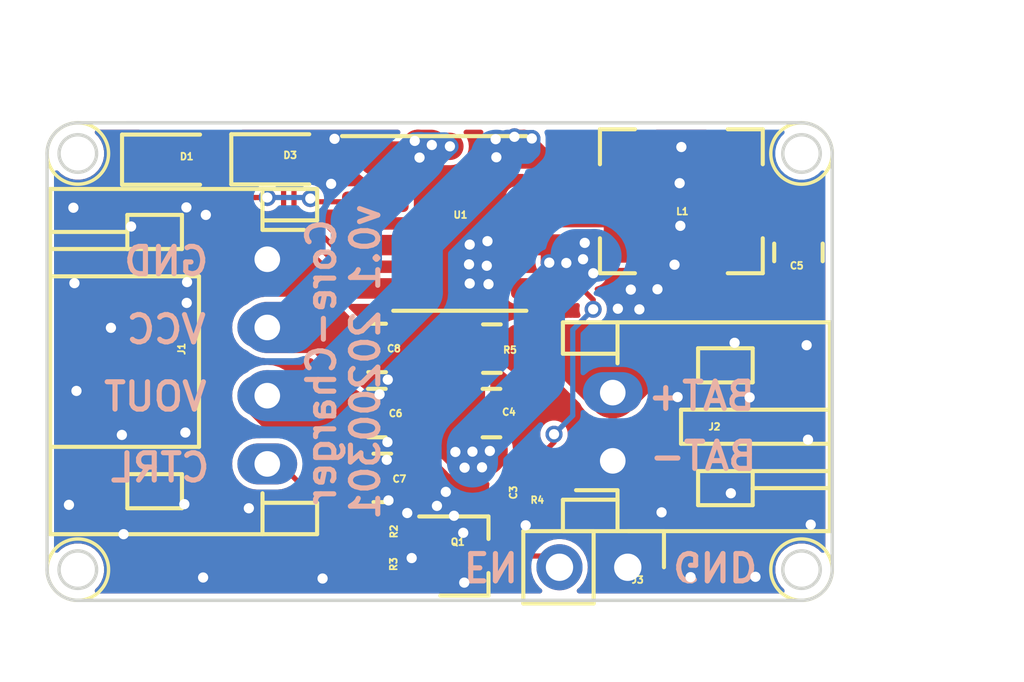
<source format=kicad_pcb>
(kicad_pcb (version 20171130) (host pcbnew "(5.1.4)-1")

  (general
    (thickness 1.6)
    (drawings 25)
    (tracks 211)
    (zones 0)
    (modules 18)
    (nets 14)
  )

  (page A4)
  (layers
    (0 F.Cu signal)
    (31 B.Cu signal)
    (32 B.Adhes user)
    (33 F.Adhes user)
    (34 B.Paste user hide)
    (35 F.Paste user hide)
    (36 B.SilkS user)
    (37 F.SilkS user)
    (38 B.Mask user hide)
    (39 F.Mask user hide)
    (40 Dwgs.User user)
    (41 Cmts.User user)
    (42 Eco1.User user)
    (43 Eco2.User user)
    (44 Edge.Cuts user)
    (45 Margin user)
    (46 B.CrtYd user)
    (47 F.CrtYd user)
    (48 B.Fab user)
    (49 F.Fab user)
  )

  (setup
    (last_trace_width 0.152)
    (user_trace_width 0.254)
    (user_trace_width 0.5)
    (user_trace_width 0.8)
    (user_trace_width 1)
    (user_trace_width 1.5)
    (user_trace_width 2)
    (trace_clearance 0.152)
    (zone_clearance 0.152)
    (zone_45_only no)
    (trace_min 0.152)
    (via_size 0.5)
    (via_drill 0.3)
    (via_min_size 0.5)
    (via_min_drill 0.3)
    (user_via 0.5 0.3)
    (user_via 0.8 0.5)
    (uvia_size 0.4)
    (uvia_drill 0.2)
    (uvias_allowed no)
    (uvia_min_size 0.4)
    (uvia_min_drill 0.2)
    (edge_width 0.05)
    (segment_width 0.2)
    (pcb_text_width 0.3)
    (pcb_text_size 1.5 1.5)
    (mod_edge_width 0.12)
    (mod_text_size 1 1)
    (mod_text_width 0.15)
    (pad_size 1.524 1.524)
    (pad_drill 0.762)
    (pad_to_mask_clearance 0.051)
    (solder_mask_min_width 0.25)
    (aux_axis_origin 0 0)
    (visible_elements FFFFFF7F)
    (pcbplotparams
      (layerselection 0x010fc_ffffffff)
      (usegerberextensions true)
      (usegerberattributes false)
      (usegerberadvancedattributes false)
      (creategerberjobfile true)
      (excludeedgelayer true)
      (linewidth 0.020000)
      (plotframeref false)
      (viasonmask false)
      (mode 1)
      (useauxorigin false)
      (hpglpennumber 1)
      (hpglpenspeed 20)
      (hpglpendiameter 15.000000)
      (psnegative false)
      (psa4output false)
      (plotreference false)
      (plotvalue false)
      (plotinvisibletext false)
      (padsonsilk true)
      (subtractmaskfromsilk false)
      (outputformat 1)
      (mirror false)
      (drillshape 0)
      (scaleselection 1)
      (outputdirectory "Core-Charger v0.1-Gerber"))
  )

  (net 0 "")
  (net 1 /VCC)
  (net 2 /EN)
  (net 3 GND)
  (net 4 "Net-(C4-Pad1)")
  (net 5 /BAT)
  (net 6 /VOUT)
  (net 7 "Net-(D1-Pad2)")
  (net 8 "Net-(D3-Pad2)")
  (net 9 /CTRL)
  (net 10 "Net-(L1-Pad1)")
  (net 11 "Net-(Q1-Pad1)")
  (net 12 "Net-(R4-Pad1)")
  (net 13 "Net-(D1-Pad1)")

  (net_class Default 这是默认网络类。
    (clearance 0.152)
    (trace_width 0.152)
    (via_dia 0.5)
    (via_drill 0.3)
    (uvia_dia 0.4)
    (uvia_drill 0.2)
    (add_net /BAT)
    (add_net /CTRL)
    (add_net /EN)
    (add_net /VCC)
    (add_net /VOUT)
    (add_net GND)
    (add_net "Net-(C4-Pad1)")
    (add_net "Net-(D1-Pad1)")
    (add_net "Net-(D1-Pad2)")
    (add_net "Net-(D3-Pad2)")
    (add_net "Net-(L1-Pad1)")
    (add_net "Net-(Q1-Pad1)")
    (add_net "Net-(R4-Pad1)")
  )

  (module C_0402_1005Metric (layer F.Cu) (tedit 5B301BBE) (tstamp 5E5B81DE)
    (at 139.29 94.45 180)
    (descr "Capacitor SMD 0402 (1005 Metric), square (rectangular) end terminal, IPC_7351 nominal, (Body size source: http://www.tortai-tech.com/upload/download/2011102023233369053.pdf), generated with kicad-footprint-generator")
    (tags capacitor)
    (path /5E5D0195)
    (attr smd)
    (fp_text reference C3 (at -0.75 0.01 90) (layer F.SilkS)
      (effects (font (size 0.2 0.2) (thickness 0.05)))
    )
    (fp_text value 100nF (at 0.72 -0.02 90) (layer F.Fab)
      (effects (font (size 0.2 0.2) (thickness 0.05)))
    )
    (fp_line (start -0.5 0.25) (end -0.5 -0.25) (layer F.Fab) (width 0.1))
    (fp_line (start -0.5 -0.25) (end 0.5 -0.25) (layer F.Fab) (width 0.1))
    (fp_line (start 0.5 -0.25) (end 0.5 0.25) (layer F.Fab) (width 0.1))
    (fp_line (start 0.5 0.25) (end -0.5 0.25) (layer F.Fab) (width 0.1))
    (fp_line (start -0.93 0.47) (end -0.93 -0.47) (layer F.CrtYd) (width 0.05))
    (fp_line (start -0.93 -0.47) (end 0.93 -0.47) (layer F.CrtYd) (width 0.05))
    (fp_line (start 0.93 -0.47) (end 0.93 0.47) (layer F.CrtYd) (width 0.05))
    (fp_line (start 0.93 0.47) (end -0.93 0.47) (layer F.CrtYd) (width 0.05))
    (fp_text user %R (at 0 0) (layer F.Fab)
      (effects (font (size 0.2 0.2) (thickness 0.05)))
    )
    (pad 1 smd roundrect (at -0.485 0 180) (size 0.59 0.64) (layers F.Cu F.Paste F.Mask) (roundrect_rratio 0.25)
      (net 2 /EN))
    (pad 2 smd roundrect (at 0.485 0 180) (size 0.59 0.64) (layers F.Cu F.Paste F.Mask) (roundrect_rratio 0.25)
      (net 3 GND))
    (model ${KISYS3DMOD}/Capacitor_SMD.3dshapes/C_0402_1005Metric.wrl
      (at (xyz 0 0 0))
      (scale (xyz 1 1 1))
      (rotate (xyz 0 0 0))
    )
  )

  (module Capacitor_SMD:C_0805_2012Metric (layer F.Cu) (tedit 5B36C52B) (tstamp 5E5B81EF)
    (at 139.3975 92.11)
    (descr "Capacitor SMD 0805 (2012 Metric), square (rectangular) end terminal, IPC_7351 nominal, (Body size source: https://docs.google.com/spreadsheets/d/1BsfQQcO9C6DZCsRaXUlFlo91Tg2WpOkGARC1WS5S8t0/edit?usp=sharing), generated with kicad-footprint-generator")
    (tags capacitor)
    (path /5E5C51CE)
    (attr smd)
    (fp_text reference C4 (at 0.5125 -0.03 180) (layer F.SilkS)
      (effects (font (size 0.2 0.2) (thickness 0.05)))
    )
    (fp_text value 22uF (at -0.6075 -0.05 90) (layer F.Fab)
      (effects (font (size 0.2 0.2) (thickness 0.05)))
    )
    (fp_line (start -1 0.6) (end -1 -0.6) (layer F.Fab) (width 0.1))
    (fp_line (start -1 -0.6) (end 1 -0.6) (layer F.Fab) (width 0.1))
    (fp_line (start 1 -0.6) (end 1 0.6) (layer F.Fab) (width 0.1))
    (fp_line (start 1 0.6) (end -1 0.6) (layer F.Fab) (width 0.1))
    (fp_line (start -0.258578 -0.71) (end 0.258578 -0.71) (layer F.SilkS) (width 0.12))
    (fp_line (start -0.258578 0.71) (end 0.258578 0.71) (layer F.SilkS) (width 0.12))
    (fp_line (start -1.68 0.95) (end -1.68 -0.95) (layer F.CrtYd) (width 0.05))
    (fp_line (start -1.68 -0.95) (end 1.68 -0.95) (layer F.CrtYd) (width 0.05))
    (fp_line (start 1.68 -0.95) (end 1.68 0.95) (layer F.CrtYd) (width 0.05))
    (fp_line (start 1.68 0.95) (end -1.68 0.95) (layer F.CrtYd) (width 0.05))
    (fp_text user %R (at 0 0) (layer F.Fab)
      (effects (font (size 0.2 0.2) (thickness 0.05)))
    )
    (pad 1 smd roundrect (at -0.9375 0) (size 0.975 1.4) (layers F.Cu F.Paste F.Mask) (roundrect_rratio 0.25)
      (net 4 "Net-(C4-Pad1)"))
    (pad 2 smd roundrect (at 0.9375 0) (size 0.975 1.4) (layers F.Cu F.Paste F.Mask) (roundrect_rratio 0.25)
      (net 3 GND))
    (model ${KISYS3DMOD}/Capacitor_SMD.3dshapes/C_0805_2012Metric.wrl
      (at (xyz 0 0 0))
      (scale (xyz 1 1 1))
      (rotate (xyz 0 0 0))
    )
  )

  (module Capacitor_SMD:C_0805_2012Metric (layer F.Cu) (tedit 5B36C52B) (tstamp 5E5B8200)
    (at 148.39 87.4 270)
    (descr "Capacitor SMD 0805 (2012 Metric), square (rectangular) end terminal, IPC_7351 nominal, (Body size source: https://docs.google.com/spreadsheets/d/1BsfQQcO9C6DZCsRaXUlFlo91Tg2WpOkGARC1WS5S8t0/edit?usp=sharing), generated with kicad-footprint-generator")
    (tags capacitor)
    (path /5E5C6A58)
    (attr smd)
    (fp_text reference C5 (at 0.39 0.05 180) (layer F.SilkS)
      (effects (font (size 0.2 0.2) (thickness 0.05)))
    )
    (fp_text value 22uF (at -0.45 0.04 180) (layer F.Fab)
      (effects (font (size 0.2 0.2) (thickness 0.05)))
    )
    (fp_text user %R (at 0 0 90) (layer F.Fab)
      (effects (font (size 0.2 0.2) (thickness 0.05)))
    )
    (fp_line (start 1.68 0.95) (end -1.68 0.95) (layer F.CrtYd) (width 0.05))
    (fp_line (start 1.68 -0.95) (end 1.68 0.95) (layer F.CrtYd) (width 0.05))
    (fp_line (start -1.68 -0.95) (end 1.68 -0.95) (layer F.CrtYd) (width 0.05))
    (fp_line (start -1.68 0.95) (end -1.68 -0.95) (layer F.CrtYd) (width 0.05))
    (fp_line (start -0.258578 0.71) (end 0.258578 0.71) (layer F.SilkS) (width 0.12))
    (fp_line (start -0.258578 -0.71) (end 0.258578 -0.71) (layer F.SilkS) (width 0.12))
    (fp_line (start 1 0.6) (end -1 0.6) (layer F.Fab) (width 0.1))
    (fp_line (start 1 -0.6) (end 1 0.6) (layer F.Fab) (width 0.1))
    (fp_line (start -1 -0.6) (end 1 -0.6) (layer F.Fab) (width 0.1))
    (fp_line (start -1 0.6) (end -1 -0.6) (layer F.Fab) (width 0.1))
    (pad 2 smd roundrect (at 0.9375 0 270) (size 0.975 1.4) (layers F.Cu F.Paste F.Mask) (roundrect_rratio 0.25)
      (net 3 GND))
    (pad 1 smd roundrect (at -0.9375 0 270) (size 0.975 1.4) (layers F.Cu F.Paste F.Mask) (roundrect_rratio 0.25)
      (net 5 /BAT))
    (model ${KISYS3DMOD}/Capacitor_SMD.3dshapes/C_0805_2012Metric.wrl
      (at (xyz 0 0 0))
      (scale (xyz 1 1 1))
      (rotate (xyz 0 0 0))
    )
  )

  (module Capacitor_SMD:C_0805_2012Metric (layer F.Cu) (tedit 5B36C52B) (tstamp 5E5B8211)
    (at 136.04 92.11)
    (descr "Capacitor SMD 0805 (2012 Metric), square (rectangular) end terminal, IPC_7351 nominal, (Body size source: https://docs.google.com/spreadsheets/d/1BsfQQcO9C6DZCsRaXUlFlo91Tg2WpOkGARC1WS5S8t0/edit?usp=sharing), generated with kicad-footprint-generator")
    (tags capacitor)
    (path /5E5D3AC6)
    (attr smd)
    (fp_text reference C6 (at 0.55 0.01) (layer F.SilkS)
      (effects (font (size 0.2 0.2) (thickness 0.05)))
    )
    (fp_text value 22uF (at -0.63 0.01 90) (layer F.Fab)
      (effects (font (size 0.2 0.2) (thickness 0.05)))
    )
    (fp_line (start -1 0.6) (end -1 -0.6) (layer F.Fab) (width 0.1))
    (fp_line (start -1 -0.6) (end 1 -0.6) (layer F.Fab) (width 0.1))
    (fp_line (start 1 -0.6) (end 1 0.6) (layer F.Fab) (width 0.1))
    (fp_line (start 1 0.6) (end -1 0.6) (layer F.Fab) (width 0.1))
    (fp_line (start -0.258578 -0.71) (end 0.258578 -0.71) (layer F.SilkS) (width 0.12))
    (fp_line (start -0.258578 0.71) (end 0.258578 0.71) (layer F.SilkS) (width 0.12))
    (fp_line (start -1.68 0.95) (end -1.68 -0.95) (layer F.CrtYd) (width 0.05))
    (fp_line (start -1.68 -0.95) (end 1.68 -0.95) (layer F.CrtYd) (width 0.05))
    (fp_line (start 1.68 -0.95) (end 1.68 0.95) (layer F.CrtYd) (width 0.05))
    (fp_line (start 1.68 0.95) (end -1.68 0.95) (layer F.CrtYd) (width 0.05))
    (fp_text user %R (at 0 0) (layer F.Fab)
      (effects (font (size 0.2 0.2) (thickness 0.05)))
    )
    (pad 1 smd roundrect (at -0.9375 0) (size 0.975 1.4) (layers F.Cu F.Paste F.Mask) (roundrect_rratio 0.25)
      (net 6 /VOUT))
    (pad 2 smd roundrect (at 0.9375 0) (size 0.975 1.4) (layers F.Cu F.Paste F.Mask) (roundrect_rratio 0.25)
      (net 3 GND))
    (model ${KISYS3DMOD}/Capacitor_SMD.3dshapes/C_0805_2012Metric.wrl
      (at (xyz 0 0 0))
      (scale (xyz 1 1 1))
      (rotate (xyz 0 0 0))
    )
  )

  (module Capacitor_SMD:C_0805_2012Metric (layer F.Cu) (tedit 5B36C52B) (tstamp 5E5B8222)
    (at 136.2 94.01)
    (descr "Capacitor SMD 0805 (2012 Metric), square (rectangular) end terminal, IPC_7351 nominal, (Body size source: https://docs.google.com/spreadsheets/d/1BsfQQcO9C6DZCsRaXUlFlo91Tg2WpOkGARC1WS5S8t0/edit?usp=sharing), generated with kicad-footprint-generator")
    (tags capacitor)
    (path /5E5D5878)
    (attr smd)
    (fp_text reference C7 (at 0.5 0.03) (layer F.SilkS)
      (effects (font (size 0.2 0.2) (thickness 0.05)))
    )
    (fp_text value 22uF (at -0.64 -0.06 90) (layer F.Fab)
      (effects (font (size 0.2 0.2) (thickness 0.05)))
    )
    (fp_text user %R (at 0 0) (layer F.Fab)
      (effects (font (size 0.2 0.2) (thickness 0.05)))
    )
    (fp_line (start 1.68 0.95) (end -1.68 0.95) (layer F.CrtYd) (width 0.05))
    (fp_line (start 1.68 -0.95) (end 1.68 0.95) (layer F.CrtYd) (width 0.05))
    (fp_line (start -1.68 -0.95) (end 1.68 -0.95) (layer F.CrtYd) (width 0.05))
    (fp_line (start -1.68 0.95) (end -1.68 -0.95) (layer F.CrtYd) (width 0.05))
    (fp_line (start -0.258578 0.71) (end 0.258578 0.71) (layer F.SilkS) (width 0.12))
    (fp_line (start -0.258578 -0.71) (end 0.258578 -0.71) (layer F.SilkS) (width 0.12))
    (fp_line (start 1 0.6) (end -1 0.6) (layer F.Fab) (width 0.1))
    (fp_line (start 1 -0.6) (end 1 0.6) (layer F.Fab) (width 0.1))
    (fp_line (start -1 -0.6) (end 1 -0.6) (layer F.Fab) (width 0.1))
    (fp_line (start -1 0.6) (end -1 -0.6) (layer F.Fab) (width 0.1))
    (pad 2 smd roundrect (at 0.9375 0) (size 0.975 1.4) (layers F.Cu F.Paste F.Mask) (roundrect_rratio 0.25)
      (net 3 GND))
    (pad 1 smd roundrect (at -0.9375 0) (size 0.975 1.4) (layers F.Cu F.Paste F.Mask) (roundrect_rratio 0.25)
      (net 6 /VOUT))
    (model ${KISYS3DMOD}/Capacitor_SMD.3dshapes/C_0805_2012Metric.wrl
      (at (xyz 0 0 0))
      (scale (xyz 1 1 1))
      (rotate (xyz 0 0 0))
    )
  )

  (module Capacitor_SMD:C_0805_2012Metric (layer F.Cu) (tedit 5B36C52B) (tstamp 5E5B8233)
    (at 136.0475 90.2)
    (descr "Capacitor SMD 0805 (2012 Metric), square (rectangular) end terminal, IPC_7351 nominal, (Body size source: https://docs.google.com/spreadsheets/d/1BsfQQcO9C6DZCsRaXUlFlo91Tg2WpOkGARC1WS5S8t0/edit?usp=sharing), generated with kicad-footprint-generator")
    (tags capacitor)
    (path /5E5D5AA9)
    (attr smd)
    (fp_text reference C8 (at 0.4925 0.02 180) (layer F.SilkS)
      (effects (font (size 0.2 0.2) (thickness 0.05)))
    )
    (fp_text value 22uF (at -0.6975 0.02 90) (layer F.Fab)
      (effects (font (size 0.2 0.2) (thickness 0.05)))
    )
    (fp_line (start -1 0.6) (end -1 -0.6) (layer F.Fab) (width 0.1))
    (fp_line (start -1 -0.6) (end 1 -0.6) (layer F.Fab) (width 0.1))
    (fp_line (start 1 -0.6) (end 1 0.6) (layer F.Fab) (width 0.1))
    (fp_line (start 1 0.6) (end -1 0.6) (layer F.Fab) (width 0.1))
    (fp_line (start -0.258578 -0.71) (end 0.258578 -0.71) (layer F.SilkS) (width 0.12))
    (fp_line (start -0.258578 0.71) (end 0.258578 0.71) (layer F.SilkS) (width 0.12))
    (fp_line (start -1.68 0.95) (end -1.68 -0.95) (layer F.CrtYd) (width 0.05))
    (fp_line (start -1.68 -0.95) (end 1.68 -0.95) (layer F.CrtYd) (width 0.05))
    (fp_line (start 1.68 -0.95) (end 1.68 0.95) (layer F.CrtYd) (width 0.05))
    (fp_line (start 1.68 0.95) (end -1.68 0.95) (layer F.CrtYd) (width 0.05))
    (fp_text user %R (at 0 0) (layer F.Fab)
      (effects (font (size 0.2 0.2) (thickness 0.05)))
    )
    (pad 1 smd roundrect (at -0.9375 0) (size 0.975 1.4) (layers F.Cu F.Paste F.Mask) (roundrect_rratio 0.25)
      (net 1 /VCC))
    (pad 2 smd roundrect (at 0.9375 0) (size 0.975 1.4) (layers F.Cu F.Paste F.Mask) (roundrect_rratio 0.25)
      (net 3 GND))
    (model ${KISYS3DMOD}/Capacitor_SMD.3dshapes/C_0805_2012Metric.wrl
      (at (xyz 0 0 0))
      (scale (xyz 1 1 1))
      (rotate (xyz 0 0 0))
    )
  )

  (module LED_0603_1608Metric (layer F.Cu) (tedit 5B301BBE) (tstamp 5E5B8257)
    (at 130.06 84.68)
    (descr "LED SMD 0603 (1608 Metric), square (rectangular) end terminal, IPC_7351 nominal, (Body size source: http://www.tortai-tech.com/upload/download/2011102023233369053.pdf), generated with kicad-footprint-generator")
    (tags diode)
    (path /5E5B58BC)
    (attr smd)
    (fp_text reference D1 (at 0.41 -0.09) (layer F.SilkS)
      (effects (font (size 0.2 0.2) (thickness 0.05)))
    )
    (fp_text value LED-BLUE (at 0 0.23) (layer F.Fab)
      (effects (font (size 0.2 0.2) (thickness 0.05)))
    )
    (fp_line (start 0.8 -0.4) (end -0.5 -0.4) (layer F.Fab) (width 0.1))
    (fp_line (start -0.5 -0.4) (end -0.8 -0.1) (layer F.Fab) (width 0.1))
    (fp_line (start -0.8 -0.1) (end -0.8 0.4) (layer F.Fab) (width 0.1))
    (fp_line (start -0.8 0.4) (end 0.8 0.4) (layer F.Fab) (width 0.1))
    (fp_line (start 0.8 0.4) (end 0.8 -0.4) (layer F.Fab) (width 0.1))
    (fp_line (start 0.8 -0.735) (end -1.485 -0.735) (layer F.SilkS) (width 0.12))
    (fp_line (start -1.485 -0.735) (end -1.485 0.735) (layer F.SilkS) (width 0.12))
    (fp_line (start -1.485 0.735) (end 0.8 0.735) (layer F.SilkS) (width 0.12))
    (fp_line (start -1.48 0.73) (end -1.48 -0.73) (layer F.CrtYd) (width 0.05))
    (fp_line (start -1.48 -0.73) (end 1.48 -0.73) (layer F.CrtYd) (width 0.05))
    (fp_line (start 1.48 -0.73) (end 1.48 0.73) (layer F.CrtYd) (width 0.05))
    (fp_line (start 1.48 0.73) (end -1.48 0.73) (layer F.CrtYd) (width 0.05))
    (fp_text user %R (at -0.01 -0.07) (layer F.Fab)
      (effects (font (size 0.2 0.2) (thickness 0.05)))
    )
    (pad 1 smd roundrect (at -0.7875 0) (size 0.875 0.95) (layers F.Cu F.Paste F.Mask) (roundrect_rratio 0.25)
      (net 13 "Net-(D1-Pad1)"))
    (pad 2 smd roundrect (at 0.7875 0) (size 0.875 0.95) (layers F.Cu F.Paste F.Mask) (roundrect_rratio 0.25)
      (net 7 "Net-(D1-Pad2)"))
    (model ${KISYS3DMOD}/LED_SMD.3dshapes/LED_0603_1608Metric.wrl
      (at (xyz 0 0 0))
      (scale (xyz 1 1 1))
      (rotate (xyz 0 0 0))
    )
  )

  (module LED_0603_1608Metric (layer F.Cu) (tedit 5B301BBE) (tstamp 5E5B827D)
    (at 133.26 84.67)
    (descr "LED SMD 0603 (1608 Metric), square (rectangular) end terminal, IPC_7351 nominal, (Body size source: http://www.tortai-tech.com/upload/download/2011102023233369053.pdf), generated with kicad-footprint-generator")
    (tags diode)
    (path /5E5B8CAB)
    (attr smd)
    (fp_text reference D3 (at 0.24 -0.12) (layer F.SilkS)
      (effects (font (size 0.2 0.2) (thickness 0.05)))
    )
    (fp_text value LED-BLUE (at 0 0.19) (layer F.Fab)
      (effects (font (size 0.2 0.2) (thickness 0.05)))
    )
    (fp_line (start 0.8 -0.4) (end -0.5 -0.4) (layer F.Fab) (width 0.1))
    (fp_line (start -0.5 -0.4) (end -0.8 -0.1) (layer F.Fab) (width 0.1))
    (fp_line (start -0.8 -0.1) (end -0.8 0.4) (layer F.Fab) (width 0.1))
    (fp_line (start -0.8 0.4) (end 0.8 0.4) (layer F.Fab) (width 0.1))
    (fp_line (start 0.8 0.4) (end 0.8 -0.4) (layer F.Fab) (width 0.1))
    (fp_line (start 0.8 -0.735) (end -1.485 -0.735) (layer F.SilkS) (width 0.12))
    (fp_line (start -1.485 -0.735) (end -1.485 0.735) (layer F.SilkS) (width 0.12))
    (fp_line (start -1.485 0.735) (end 0.8 0.735) (layer F.SilkS) (width 0.12))
    (fp_line (start -1.48 0.73) (end -1.48 -0.73) (layer F.CrtYd) (width 0.05))
    (fp_line (start -1.48 -0.73) (end 1.48 -0.73) (layer F.CrtYd) (width 0.05))
    (fp_line (start 1.48 -0.73) (end 1.48 0.73) (layer F.CrtYd) (width 0.05))
    (fp_line (start 1.48 0.73) (end -1.48 0.73) (layer F.CrtYd) (width 0.05))
    (fp_text user %R (at -0.26 -0.15) (layer F.Fab)
      (effects (font (size 0.2 0.2) (thickness 0.05)))
    )
    (pad 1 smd roundrect (at -0.7875 0) (size 0.875 0.95) (layers F.Cu F.Paste F.Mask) (roundrect_rratio 0.25)
      (net 13 "Net-(D1-Pad1)"))
    (pad 2 smd roundrect (at 0.7875 0) (size 0.875 0.95) (layers F.Cu F.Paste F.Mask) (roundrect_rratio 0.25)
      (net 8 "Net-(D3-Pad2)"))
    (model ${KISYS3DMOD}/LED_SMD.3dshapes/LED_0603_1608Metric.wrl
      (at (xyz 0 0 0))
      (scale (xyz 1 1 1))
      (rotate (xyz 0 0 0))
    )
  )

  (module JST_PH_S4B-PH-K_1x04_P2.00mm_Horizontal (layer F.Cu) (tedit 5B7745C6) (tstamp 5E5B82C1)
    (at 132.83 87.6 270)
    (descr "JST PH series connector, S4B-PH-K (http://www.jst-mfg.com/product/pdf/eng/ePH.pdf), generated with kicad-footprint-generator")
    (tags "connector JST PH top entry")
    (path /5E5B3E51)
    (fp_text reference J1 (at 2.63 2.51 90) (layer F.SilkS)
      (effects (font (size 0.2 0.2) (thickness 0.05)))
    )
    (fp_text value PH-4AW (at 2.9 2.92 90) (layer F.Fab)
      (effects (font (size 0.2 0.2) (thickness 0.05)))
    )
    (fp_line (start -0.86 0.14) (end -1.14 0.14) (layer F.SilkS) (width 0.12))
    (fp_line (start -1.14 0.14) (end -1.14 -1.46) (layer F.SilkS) (width 0.12))
    (fp_line (start -1.14 -1.46) (end -2.06 -1.46) (layer F.SilkS) (width 0.12))
    (fp_line (start -2.06 -1.46) (end -2.06 6.36) (layer F.SilkS) (width 0.12))
    (fp_line (start -2.06 6.36) (end 8.06 6.36) (layer F.SilkS) (width 0.12))
    (fp_line (start 8.06 6.36) (end 8.06 -1.46) (layer F.SilkS) (width 0.12))
    (fp_line (start 8.06 -1.46) (end 7.14 -1.46) (layer F.SilkS) (width 0.12))
    (fp_line (start 7.14 -1.46) (end 7.14 0.14) (layer F.SilkS) (width 0.12))
    (fp_line (start 7.14 0.14) (end 6.86 0.14) (layer F.SilkS) (width 0.12))
    (fp_line (start 0.5 6.36) (end 0.5 2) (layer F.SilkS) (width 0.12))
    (fp_line (start 0.5 2) (end 5.5 2) (layer F.SilkS) (width 0.12))
    (fp_line (start 5.5 2) (end 5.5 6.36) (layer F.SilkS) (width 0.12))
    (fp_line (start -2.06 0.14) (end -1.14 0.14) (layer F.SilkS) (width 0.12))
    (fp_line (start 8.06 0.14) (end 7.14 0.14) (layer F.SilkS) (width 0.12))
    (fp_line (start -1.3 2.5) (end -1.3 4.1) (layer F.SilkS) (width 0.12))
    (fp_line (start -1.3 4.1) (end -0.3 4.1) (layer F.SilkS) (width 0.12))
    (fp_line (start -0.3 4.1) (end -0.3 2.5) (layer F.SilkS) (width 0.12))
    (fp_line (start -0.3 2.5) (end -1.3 2.5) (layer F.SilkS) (width 0.12))
    (fp_line (start 7.3 2.5) (end 7.3 4.1) (layer F.SilkS) (width 0.12))
    (fp_line (start 7.3 4.1) (end 6.3 4.1) (layer F.SilkS) (width 0.12))
    (fp_line (start 6.3 4.1) (end 6.3 2.5) (layer F.SilkS) (width 0.12))
    (fp_line (start 6.3 2.5) (end 7.3 2.5) (layer F.SilkS) (width 0.12))
    (fp_line (start -0.3 4.1) (end -0.3 6.36) (layer F.SilkS) (width 0.12))
    (fp_line (start -0.8 4.1) (end -0.8 6.36) (layer F.SilkS) (width 0.12))
    (fp_line (start -2.45 -1.85) (end -2.45 6.75) (layer F.CrtYd) (width 0.05))
    (fp_line (start -2.45 6.75) (end 8.45 6.75) (layer F.CrtYd) (width 0.05))
    (fp_line (start 8.45 6.75) (end 8.45 -1.85) (layer F.CrtYd) (width 0.05))
    (fp_line (start 8.45 -1.85) (end -2.45 -1.85) (layer F.CrtYd) (width 0.05))
    (fp_line (start -1.25 0.25) (end -1.25 -1.35) (layer F.Fab) (width 0.1))
    (fp_line (start -1.25 -1.35) (end -1.95 -1.35) (layer F.Fab) (width 0.1))
    (fp_line (start -1.95 -1.35) (end -1.95 6.25) (layer F.Fab) (width 0.1))
    (fp_line (start -1.95 6.25) (end 7.95 6.25) (layer F.Fab) (width 0.1))
    (fp_line (start 7.95 6.25) (end 7.95 -1.35) (layer F.Fab) (width 0.1))
    (fp_line (start 7.95 -1.35) (end 7.25 -1.35) (layer F.Fab) (width 0.1))
    (fp_line (start 7.25 -1.35) (end 7.25 0.25) (layer F.Fab) (width 0.1))
    (fp_line (start 7.25 0.25) (end -1.25 0.25) (layer F.Fab) (width 0.1))
    (fp_line (start -0.86 0.14) (end -0.86 -1.075) (layer F.SilkS) (width 0.12))
    (fp_line (start 0 0.875) (end -0.5 1.375) (layer F.Fab) (width 0.1))
    (fp_line (start -0.5 1.375) (end 0.5 1.375) (layer F.Fab) (width 0.1))
    (fp_line (start 0.5 1.375) (end 0 0.875) (layer F.Fab) (width 0.1))
    (fp_text user %R (at 3 2.5 90) (layer F.Fab)
      (effects (font (size 0.2 0.2) (thickness 0.05)))
    )
    (pad 1 thru_hole roundrect (at 0 0 270) (size 1.2 1.75) (drill 0.75) (layers *.Cu *.Mask) (roundrect_rratio 0.208333)
      (net 3 GND))
    (pad 2 thru_hole oval (at 2 0 270) (size 1.2 1.75) (drill 0.75) (layers *.Cu *.Mask)
      (net 1 /VCC))
    (pad 3 thru_hole oval (at 4 0 270) (size 1.2 1.75) (drill 0.75) (layers *.Cu *.Mask)
      (net 6 /VOUT))
    (pad 4 thru_hole oval (at 6 0 270) (size 1.2 1.75) (drill 0.75) (layers *.Cu *.Mask)
      (net 9 /CTRL))
    (model ${KISYS3DMOD}/Connector_JST.3dshapes/JST_PH_S4B-PH-K_1x04_P2.00mm_Horizontal.wrl
      (at (xyz 0 0 0))
      (scale (xyz 1 1 1))
      (rotate (xyz 0 0 0))
    )
  )

  (module Connector_JST:JST_PH_S2B-PH-K_1x02_P2.00mm_Horizontal (layer F.Cu) (tedit 5B7745C6) (tstamp 5E5B82F0)
    (at 142.95 93.51 90)
    (descr "JST PH series connector, S2B-PH-K (http://www.jst-mfg.com/product/pdf/eng/ePH.pdf), generated with kicad-footprint-generator")
    (tags "connector JST PH top entry")
    (path /5E5DC8AA)
    (fp_text reference J2 (at 1 2.98 180) (layer F.SilkS)
      (effects (font (size 0.2 0.2) (thickness 0.05)))
    )
    (fp_text value PH-2AW环保 (at 0.98 4.12 180) (layer F.Fab)
      (effects (font (size 0.2 0.2) (thickness 0.05)))
    )
    (fp_line (start -0.86 0.14) (end -1.14 0.14) (layer F.SilkS) (width 0.12))
    (fp_line (start -1.14 0.14) (end -1.14 -1.46) (layer F.SilkS) (width 0.12))
    (fp_line (start -1.14 -1.46) (end -2.06 -1.46) (layer F.SilkS) (width 0.12))
    (fp_line (start -2.06 -1.46) (end -2.06 6.36) (layer F.SilkS) (width 0.12))
    (fp_line (start -2.06 6.36) (end 4.06 6.36) (layer F.SilkS) (width 0.12))
    (fp_line (start 4.06 6.36) (end 4.06 -1.46) (layer F.SilkS) (width 0.12))
    (fp_line (start 4.06 -1.46) (end 3.14 -1.46) (layer F.SilkS) (width 0.12))
    (fp_line (start 3.14 -1.46) (end 3.14 0.14) (layer F.SilkS) (width 0.12))
    (fp_line (start 3.14 0.14) (end 2.86 0.14) (layer F.SilkS) (width 0.12))
    (fp_line (start 0.5 6.36) (end 0.5 2) (layer F.SilkS) (width 0.12))
    (fp_line (start 0.5 2) (end 1.5 2) (layer F.SilkS) (width 0.12))
    (fp_line (start 1.5 2) (end 1.5 6.36) (layer F.SilkS) (width 0.12))
    (fp_line (start -2.06 0.14) (end -1.14 0.14) (layer F.SilkS) (width 0.12))
    (fp_line (start 4.06 0.14) (end 3.14 0.14) (layer F.SilkS) (width 0.12))
    (fp_line (start -1.3 2.5) (end -1.3 4.1) (layer F.SilkS) (width 0.12))
    (fp_line (start -1.3 4.1) (end -0.3 4.1) (layer F.SilkS) (width 0.12))
    (fp_line (start -0.3 4.1) (end -0.3 2.5) (layer F.SilkS) (width 0.12))
    (fp_line (start -0.3 2.5) (end -1.3 2.5) (layer F.SilkS) (width 0.12))
    (fp_line (start 3.3 2.5) (end 3.3 4.1) (layer F.SilkS) (width 0.12))
    (fp_line (start 3.3 4.1) (end 2.3 4.1) (layer F.SilkS) (width 0.12))
    (fp_line (start 2.3 4.1) (end 2.3 2.5) (layer F.SilkS) (width 0.12))
    (fp_line (start 2.3 2.5) (end 3.3 2.5) (layer F.SilkS) (width 0.12))
    (fp_line (start -0.3 4.1) (end -0.3 6.36) (layer F.SilkS) (width 0.12))
    (fp_line (start -0.8 4.1) (end -0.8 6.36) (layer F.SilkS) (width 0.12))
    (fp_line (start -2.45 -1.85) (end -2.45 6.75) (layer F.CrtYd) (width 0.05))
    (fp_line (start -2.45 6.75) (end 4.45 6.75) (layer F.CrtYd) (width 0.05))
    (fp_line (start 4.45 6.75) (end 4.45 -1.85) (layer F.CrtYd) (width 0.05))
    (fp_line (start 4.45 -1.85) (end -2.45 -1.85) (layer F.CrtYd) (width 0.05))
    (fp_line (start -1.25 0.25) (end -1.25 -1.35) (layer F.Fab) (width 0.1))
    (fp_line (start -1.25 -1.35) (end -1.95 -1.35) (layer F.Fab) (width 0.1))
    (fp_line (start -1.95 -1.35) (end -1.95 6.25) (layer F.Fab) (width 0.1))
    (fp_line (start -1.95 6.25) (end 3.95 6.25) (layer F.Fab) (width 0.1))
    (fp_line (start 3.95 6.25) (end 3.95 -1.35) (layer F.Fab) (width 0.1))
    (fp_line (start 3.95 -1.35) (end 3.25 -1.35) (layer F.Fab) (width 0.1))
    (fp_line (start 3.25 -1.35) (end 3.25 0.25) (layer F.Fab) (width 0.1))
    (fp_line (start 3.25 0.25) (end -1.25 0.25) (layer F.Fab) (width 0.1))
    (fp_line (start -0.86 0.14) (end -0.86 -1.075) (layer F.SilkS) (width 0.12))
    (fp_line (start 0 0.875) (end -0.5 1.375) (layer F.Fab) (width 0.1))
    (fp_line (start -0.5 1.375) (end 0.5 1.375) (layer F.Fab) (width 0.1))
    (fp_line (start 0.5 1.375) (end 0 0.875) (layer F.Fab) (width 0.1))
    (fp_text user %R (at 1 2.5 180) (layer F.Fab)
      (effects (font (size 0.2 0.2) (thickness 0.05)))
    )
    (pad 1 thru_hole roundrect (at 0 0 90) (size 1.2 1.75) (drill 0.75) (layers *.Cu *.Mask) (roundrect_rratio 0.208333)
      (net 3 GND))
    (pad 2 thru_hole oval (at 2 0 90) (size 1.2 1.75) (drill 0.75) (layers *.Cu *.Mask)
      (net 5 /BAT))
    (model ${KISYS3DMOD}/Connector_JST.3dshapes/JST_PH_S2B-PH-K_1x02_P2.00mm_Horizontal.wrl
      (at (xyz 0 0 0))
      (scale (xyz 1 1 1))
      (rotate (xyz 0 0 0))
    )
  )

  (module L_Bourns-SRN4018 (layer F.Cu) (tedit 5B471911) (tstamp 5E5B831D)
    (at 144.96 85.9)
    (descr "Bourns SRN4018 series SMD inductor, https://www.bourns.com/docs/Product-Datasheets/SRN4018.pdf")
    (tags "Bourns SRN4018 SMD inductor")
    (path /5E5C2BB3)
    (attr smd)
    (fp_text reference L1 (at 0.03 0.3) (layer F.SilkS)
      (effects (font (size 0.2 0.2) (thickness 0.05)))
    )
    (fp_text value YSPI0420-1R0M (at 0.01 -0.34) (layer F.Fab)
      (effects (font (size 0.2 0.2) (thickness 0.05)))
    )
    (fp_text user %R (at 0 0) (layer F.Fab)
      (effects (font (size 0.2 0.2) (thickness 0.05)))
    )
    (fp_line (start 2 2) (end -2 2) (layer F.Fab) (width 0.1))
    (fp_line (start -2 -2) (end 2 -2) (layer F.Fab) (width 0.1))
    (fp_line (start -2.385 -2.11) (end -2.385 -1.085) (layer F.SilkS) (width 0.12))
    (fp_line (start -2.385 -2.11) (end -1.36 -2.11) (layer F.SilkS) (width 0.12))
    (fp_line (start -2 -2) (end -2 2) (layer F.Fab) (width 0.1))
    (fp_line (start 2 -2) (end 2 2) (layer F.Fab) (width 0.1))
    (fp_line (start 2.385 -2.11) (end 1.36 -2.11) (layer F.SilkS) (width 0.12))
    (fp_line (start 2.385 -2.11) (end 2.385 -1.085) (layer F.SilkS) (width 0.12))
    (fp_line (start 2.385 2.11) (end 2.385 1.085) (layer F.SilkS) (width 0.12))
    (fp_line (start -2.385 2.11) (end -2.385 1.085) (layer F.SilkS) (width 0.12))
    (fp_line (start 2.385 2.11) (end 1.36 2.11) (layer F.SilkS) (width 0.12))
    (fp_line (start -2.385 2.11) (end -1.36 2.11) (layer F.SilkS) (width 0.12))
    (fp_line (start -2.53 -2.25) (end 2.53 -2.25) (layer F.CrtYd) (width 0.05))
    (fp_line (start 2.53 -2.25) (end 2.53 2.25) (layer F.CrtYd) (width 0.05))
    (fp_line (start -2.53 2.25) (end 2.53 2.25) (layer F.CrtYd) (width 0.05))
    (fp_line (start -2.53 -2.25) (end -2.53 2.25) (layer F.CrtYd) (width 0.05))
    (pad 1 smd rect (at -1.525 0) (size 1.5 3.6) (layers F.Cu F.Paste F.Mask)
      (net 10 "Net-(L1-Pad1)"))
    (pad 2 smd rect (at 1.525 0) (size 1.5 3.6) (layers F.Cu F.Paste F.Mask)
      (net 5 /BAT))
    (model ${KISYS3DMOD}/Inductor_SMD.3dshapes/L_Bourns-SRN4018.wrl
      (at (xyz 0 0 0))
      (scale (xyz 1 1 1))
      (rotate (xyz 0 0 0))
    )
  )

  (module SOT-323_SC-70 (layer F.Cu) (tedit 5A02FF57) (tstamp 5E5B8332)
    (at 138.58 96.3)
    (descr "SOT-323, SC-70")
    (tags "SOT-323 SC-70")
    (path /5E5F50DA)
    (attr smd)
    (fp_text reference Q1 (at -0.17 -0.41) (layer F.SilkS)
      (effects (font (size 0.2 0.2) (thickness 0.05)))
    )
    (fp_text value CJ2102 (at -0.03 0.32) (layer F.Fab)
      (effects (font (size 0.2 0.2) (thickness 0.05)))
    )
    (fp_text user %R (at -0.14 -0.05 180) (layer F.Fab)
      (effects (font (size 0.2 0.2) (thickness 0.05)))
    )
    (fp_line (start 0.73 0.5) (end 0.73 1.16) (layer F.SilkS) (width 0.12))
    (fp_line (start 0.73 -1.16) (end 0.73 -0.5) (layer F.SilkS) (width 0.12))
    (fp_line (start 1.7 1.3) (end -1.7 1.3) (layer F.CrtYd) (width 0.05))
    (fp_line (start 1.7 -1.3) (end 1.7 1.3) (layer F.CrtYd) (width 0.05))
    (fp_line (start -1.7 -1.3) (end 1.7 -1.3) (layer F.CrtYd) (width 0.05))
    (fp_line (start -1.7 1.3) (end -1.7 -1.3) (layer F.CrtYd) (width 0.05))
    (fp_line (start 0.73 -1.16) (end -1.3 -1.16) (layer F.SilkS) (width 0.12))
    (fp_line (start -0.68 1.16) (end 0.73 1.16) (layer F.SilkS) (width 0.12))
    (fp_line (start 0.67 -1.1) (end -0.18 -1.1) (layer F.Fab) (width 0.1))
    (fp_line (start -0.68 -0.6) (end -0.68 1.1) (layer F.Fab) (width 0.1))
    (fp_line (start 0.67 -1.1) (end 0.67 1.1) (layer F.Fab) (width 0.1))
    (fp_line (start 0.67 1.1) (end -0.68 1.1) (layer F.Fab) (width 0.1))
    (fp_line (start -0.18 -1.1) (end -0.68 -0.6) (layer F.Fab) (width 0.1))
    (pad 1 smd rect (at -1 -0.65 270) (size 0.45 0.7) (layers F.Cu F.Paste F.Mask)
      (net 11 "Net-(Q1-Pad1)"))
    (pad 2 smd rect (at -1 0.65 270) (size 0.45 0.7) (layers F.Cu F.Paste F.Mask)
      (net 3 GND))
    (pad 3 smd rect (at 1 0 270) (size 0.45 0.7) (layers F.Cu F.Paste F.Mask)
      (net 2 /EN))
    (model ${KISYS3DMOD}/Package_TO_SOT_SMD.3dshapes/SOT-323_SC-70.wrl
      (at (xyz 0 0 0))
      (scale (xyz 1 1 1))
      (rotate (xyz 0 0 0))
    )
  )

  (module R_0402_1005Metric (layer F.Cu) (tedit 5B301BBD) (tstamp 5E5B8352)
    (at 135.81 95.57)
    (descr "Resistor SMD 0402 (1005 Metric), square (rectangular) end terminal, IPC_7351 nominal, (Body size source: http://www.tortai-tech.com/upload/download/2011102023233369053.pdf), generated with kicad-footprint-generator")
    (tags resistor)
    (path /5E5F09E8)
    (attr smd)
    (fp_text reference R2 (at 0.73 0.01 90) (layer F.SilkS)
      (effects (font (size 0.2 0.2) (thickness 0.05)))
    )
    (fp_text value 1k (at -0.7 0 90) (layer F.Fab)
      (effects (font (size 0.2 0.2) (thickness 0.05)))
    )
    (fp_text user %R (at 0 0) (layer F.Fab)
      (effects (font (size 0.2 0.2) (thickness 0.05)))
    )
    (fp_line (start 0.93 0.47) (end -0.93 0.47) (layer F.CrtYd) (width 0.05))
    (fp_line (start 0.93 -0.47) (end 0.93 0.47) (layer F.CrtYd) (width 0.05))
    (fp_line (start -0.93 -0.47) (end 0.93 -0.47) (layer F.CrtYd) (width 0.05))
    (fp_line (start -0.93 0.47) (end -0.93 -0.47) (layer F.CrtYd) (width 0.05))
    (fp_line (start 0.5 0.25) (end -0.5 0.25) (layer F.Fab) (width 0.1))
    (fp_line (start 0.5 -0.25) (end 0.5 0.25) (layer F.Fab) (width 0.1))
    (fp_line (start -0.5 -0.25) (end 0.5 -0.25) (layer F.Fab) (width 0.1))
    (fp_line (start -0.5 0.25) (end -0.5 -0.25) (layer F.Fab) (width 0.1))
    (pad 2 smd roundrect (at 0.485 0) (size 0.59 0.64) (layers F.Cu F.Paste F.Mask) (roundrect_rratio 0.25)
      (net 11 "Net-(Q1-Pad1)"))
    (pad 1 smd roundrect (at -0.485 0) (size 0.59 0.64) (layers F.Cu F.Paste F.Mask) (roundrect_rratio 0.25)
      (net 9 /CTRL))
    (model ${KISYS3DMOD}/Resistor_SMD.3dshapes/R_0402_1005Metric.wrl
      (at (xyz 0 0 0))
      (scale (xyz 1 1 1))
      (rotate (xyz 0 0 0))
    )
  )

  (module R_0402_1005Metric (layer F.Cu) (tedit 5B301BBD) (tstamp 5E5B8361)
    (at 135.81 96.51 180)
    (descr "Resistor SMD 0402 (1005 Metric), square (rectangular) end terminal, IPC_7351 nominal, (Body size source: http://www.tortai-tech.com/upload/download/2011102023233369053.pdf), generated with kicad-footprint-generator")
    (tags resistor)
    (path /5E5F1422)
    (attr smd)
    (fp_text reference R3 (at -0.72 -0.03 90) (layer F.SilkS)
      (effects (font (size 0.2 0.2) (thickness 0.05)))
    )
    (fp_text value 10k (at 0.72 0.03 90) (layer F.Fab)
      (effects (font (size 0.2 0.2) (thickness 0.05)))
    )
    (fp_line (start -0.5 0.25) (end -0.5 -0.25) (layer F.Fab) (width 0.1))
    (fp_line (start -0.5 -0.25) (end 0.5 -0.25) (layer F.Fab) (width 0.1))
    (fp_line (start 0.5 -0.25) (end 0.5 0.25) (layer F.Fab) (width 0.1))
    (fp_line (start 0.5 0.25) (end -0.5 0.25) (layer F.Fab) (width 0.1))
    (fp_line (start -0.93 0.47) (end -0.93 -0.47) (layer F.CrtYd) (width 0.05))
    (fp_line (start -0.93 -0.47) (end 0.93 -0.47) (layer F.CrtYd) (width 0.05))
    (fp_line (start 0.93 -0.47) (end 0.93 0.47) (layer F.CrtYd) (width 0.05))
    (fp_line (start 0.93 0.47) (end -0.93 0.47) (layer F.CrtYd) (width 0.05))
    (fp_text user %R (at 0 0) (layer F.Fab)
      (effects (font (size 0.2 0.2) (thickness 0.05)))
    )
    (pad 1 smd roundrect (at -0.485 0 180) (size 0.59 0.64) (layers F.Cu F.Paste F.Mask) (roundrect_rratio 0.25)
      (net 11 "Net-(Q1-Pad1)"))
    (pad 2 smd roundrect (at 0.485 0 180) (size 0.59 0.64) (layers F.Cu F.Paste F.Mask) (roundrect_rratio 0.25)
      (net 3 GND))
    (model ${KISYS3DMOD}/Resistor_SMD.3dshapes/R_0402_1005Metric.wrl
      (at (xyz 0 0 0))
      (scale (xyz 1 1 1))
      (rotate (xyz 0 0 0))
    )
  )

  (module R_0402_1005Metric (layer F.Cu) (tedit 5B301BBD) (tstamp 5E5B8370)
    (at 140.74 93.94 270)
    (descr "Resistor SMD 0402 (1005 Metric), square (rectangular) end terminal, IPC_7351 nominal, (Body size source: http://www.tortai-tech.com/upload/download/2011102023233369053.pdf), generated with kicad-footprint-generator")
    (tags resistor)
    (path /5E5CBFD3)
    (attr smd)
    (fp_text reference R4 (at 0.72 0 180) (layer F.SilkS)
      (effects (font (size 0.2 0.2) (thickness 0.05)))
    )
    (fp_text value 10k (at -0.71 0 180) (layer F.Fab)
      (effects (font (size 0.2 0.2) (thickness 0.05)))
    )
    (fp_line (start -0.5 0.25) (end -0.5 -0.25) (layer F.Fab) (width 0.1))
    (fp_line (start -0.5 -0.25) (end 0.5 -0.25) (layer F.Fab) (width 0.1))
    (fp_line (start 0.5 -0.25) (end 0.5 0.25) (layer F.Fab) (width 0.1))
    (fp_line (start 0.5 0.25) (end -0.5 0.25) (layer F.Fab) (width 0.1))
    (fp_line (start -0.93 0.47) (end -0.93 -0.47) (layer F.CrtYd) (width 0.05))
    (fp_line (start -0.93 -0.47) (end 0.93 -0.47) (layer F.CrtYd) (width 0.05))
    (fp_line (start 0.93 -0.47) (end 0.93 0.47) (layer F.CrtYd) (width 0.05))
    (fp_line (start 0.93 0.47) (end -0.93 0.47) (layer F.CrtYd) (width 0.05))
    (fp_text user %R (at 0 0 90) (layer F.Fab)
      (effects (font (size 0.2 0.2) (thickness 0.05)))
    )
    (pad 1 smd roundrect (at -0.485 0 270) (size 0.59 0.64) (layers F.Cu F.Paste F.Mask) (roundrect_rratio 0.25)
      (net 12 "Net-(R4-Pad1)"))
    (pad 2 smd roundrect (at 0.485 0 270) (size 0.59 0.64) (layers F.Cu F.Paste F.Mask) (roundrect_rratio 0.25)
      (net 2 /EN))
    (model ${KISYS3DMOD}/Resistor_SMD.3dshapes/R_0402_1005Metric.wrl
      (at (xyz 0 0 0))
      (scale (xyz 1 1 1))
      (rotate (xyz 0 0 0))
    )
  )

  (module Resistor_SMD:R_0805_2012Metric (layer F.Cu) (tedit 5B36C52B) (tstamp 5E5B8381)
    (at 139.41 90.22 180)
    (descr "Resistor SMD 0805 (2012 Metric), square (rectangular) end terminal, IPC_7351 nominal, (Body size source: https://docs.google.com/spreadsheets/d/1BsfQQcO9C6DZCsRaXUlFlo91Tg2WpOkGARC1WS5S8t0/edit?usp=sharing), generated with kicad-footprint-generator")
    (tags resistor)
    (path /5E5C40ED)
    (attr smd)
    (fp_text reference R5 (at -0.53 -0.04) (layer F.SilkS)
      (effects (font (size 0.2 0.2) (thickness 0.05)))
    )
    (fp_text value 0.5 (at 0.57 0.01 90) (layer F.Fab)
      (effects (font (size 0.2 0.2) (thickness 0.05)))
    )
    (fp_text user %R (at 0 0) (layer F.Fab)
      (effects (font (size 0.2 0.2) (thickness 0.05)))
    )
    (fp_line (start 1.68 0.95) (end -1.68 0.95) (layer F.CrtYd) (width 0.05))
    (fp_line (start 1.68 -0.95) (end 1.68 0.95) (layer F.CrtYd) (width 0.05))
    (fp_line (start -1.68 -0.95) (end 1.68 -0.95) (layer F.CrtYd) (width 0.05))
    (fp_line (start -1.68 0.95) (end -1.68 -0.95) (layer F.CrtYd) (width 0.05))
    (fp_line (start -0.258578 0.71) (end 0.258578 0.71) (layer F.SilkS) (width 0.12))
    (fp_line (start -0.258578 -0.71) (end 0.258578 -0.71) (layer F.SilkS) (width 0.12))
    (fp_line (start 1 0.6) (end -1 0.6) (layer F.Fab) (width 0.1))
    (fp_line (start 1 -0.6) (end 1 0.6) (layer F.Fab) (width 0.1))
    (fp_line (start -1 -0.6) (end 1 -0.6) (layer F.Fab) (width 0.1))
    (fp_line (start -1 0.6) (end -1 -0.6) (layer F.Fab) (width 0.1))
    (pad 2 smd roundrect (at 0.9375 0 180) (size 0.975 1.4) (layers F.Cu F.Paste F.Mask) (roundrect_rratio 0.25)
      (net 4 "Net-(C4-Pad1)"))
    (pad 1 smd roundrect (at -0.9375 0 180) (size 0.975 1.4) (layers F.Cu F.Paste F.Mask) (roundrect_rratio 0.25)
      (net 5 /BAT))
    (model ${KISYS3DMOD}/Resistor_SMD.3dshapes/R_0805_2012Metric.wrl
      (at (xyz 0 0 0))
      (scale (xyz 1 1 1))
      (rotate (xyz 0 0 0))
    )
  )

  (module SOIC-8-1EP_3.9x4.9mm_P1.27mm_EP2.29x3mm (layer F.Cu) (tedit 5C56E16F) (tstamp 5E5B83A0)
    (at 138.47 86.55)
    (descr "SOIC, 8 Pin (https://www.analog.com/media/en/technical-documentation/data-sheets/ada4898-1_4898-2.pdf#page=29), generated with kicad-footprint-generator ipc_gullwing_generator.py")
    (tags "SOIC SO")
    (path /5E5B9845)
    (attr smd)
    (fp_text reference U1 (at 0.02 -0.25) (layer F.SilkS)
      (effects (font (size 0.2 0.2) (thickness 0.05)))
    )
    (fp_text value IP5306 (at 0.15 0.34) (layer F.Fab)
      (effects (font (size 0.2 0.2) (thickness 0.05)))
    )
    (fp_line (start 0 2.56) (end 1.95 2.56) (layer F.SilkS) (width 0.12))
    (fp_line (start 0 2.56) (end -1.95 2.56) (layer F.SilkS) (width 0.12))
    (fp_line (start 0 -2.56) (end 1.95 -2.56) (layer F.SilkS) (width 0.12))
    (fp_line (start 0 -2.56) (end -3.45 -2.56) (layer F.SilkS) (width 0.12))
    (fp_line (start -0.975 -2.45) (end 1.95 -2.45) (layer F.Fab) (width 0.1))
    (fp_line (start 1.95 -2.45) (end 1.95 2.45) (layer F.Fab) (width 0.1))
    (fp_line (start 1.95 2.45) (end -1.95 2.45) (layer F.Fab) (width 0.1))
    (fp_line (start -1.95 2.45) (end -1.95 -1.475) (layer F.Fab) (width 0.1))
    (fp_line (start -1.95 -1.475) (end -0.975 -2.45) (layer F.Fab) (width 0.1))
    (fp_line (start -3.7 -2.7) (end -3.7 2.7) (layer F.CrtYd) (width 0.05))
    (fp_line (start -3.7 2.7) (end 3.7 2.7) (layer F.CrtYd) (width 0.05))
    (fp_line (start 3.7 2.7) (end 3.7 -2.7) (layer F.CrtYd) (width 0.05))
    (fp_line (start 3.7 -2.7) (end -3.7 -2.7) (layer F.CrtYd) (width 0.05))
    (fp_text user %R (at 0.02 -0.52) (layer F.Fab)
      (effects (font (size 0.2 0.2) (thickness 0.05)))
    )
    (pad 9 smd roundrect (at 0 0) (size 2.29 3) (layers F.Cu F.Mask) (roundrect_rratio 0.10917)
      (net 3 GND))
    (pad "" smd roundrect (at -0.57 -0.75) (size 0.92 1.21) (layers F.Paste) (roundrect_rratio 0.25))
    (pad "" smd roundrect (at -0.57 0.75) (size 0.92 1.21) (layers F.Paste) (roundrect_rratio 0.25))
    (pad "" smd roundrect (at 0.57 -0.75) (size 0.92 1.21) (layers F.Paste) (roundrect_rratio 0.25))
    (pad "" smd roundrect (at 0.57 0.75) (size 0.92 1.21) (layers F.Paste) (roundrect_rratio 0.25))
    (pad 1 smd roundrect (at -2.475 -1.905) (size 1.95 0.6) (layers F.Cu F.Paste F.Mask) (roundrect_rratio 0.25)
      (net 1 /VCC))
    (pad 2 smd roundrect (at -2.475 -0.635) (size 1.95 0.6) (layers F.Cu F.Paste F.Mask) (roundrect_rratio 0.25)
      (net 7 "Net-(D1-Pad2)"))
    (pad 3 smd roundrect (at -2.475 0.635) (size 1.95 0.6) (layers F.Cu F.Paste F.Mask) (roundrect_rratio 0.25)
      (net 8 "Net-(D3-Pad2)"))
    (pad 4 smd roundrect (at -2.475 1.905) (size 1.95 0.6) (layers F.Cu F.Paste F.Mask) (roundrect_rratio 0.25)
      (net 13 "Net-(D1-Pad1)"))
    (pad 5 smd roundrect (at 2.475 1.905) (size 1.95 0.6) (layers F.Cu F.Paste F.Mask) (roundrect_rratio 0.25)
      (net 12 "Net-(R4-Pad1)"))
    (pad 6 smd roundrect (at 2.475 0.635) (size 1.95 0.6) (layers F.Cu F.Paste F.Mask) (roundrect_rratio 0.25)
      (net 4 "Net-(C4-Pad1)"))
    (pad 7 smd roundrect (at 2.475 -0.635) (size 1.95 0.6) (layers F.Cu F.Paste F.Mask) (roundrect_rratio 0.25)
      (net 10 "Net-(L1-Pad1)"))
    (pad 8 smd roundrect (at 2.475 -1.905) (size 1.95 0.6) (layers F.Cu F.Paste F.Mask) (roundrect_rratio 0.25)
      (net 6 /VOUT))
    (model ${KISYS3DMOD}/Package_SO.3dshapes/SOIC-8-1EP_3.9x4.9mm_P1.27mm_EP2.29x3mm.wrl
      (at (xyz 0 0 0))
      (scale (xyz 1 1 1))
      (rotate (xyz 0 0 0))
    )
  )

  (module Connector_PinHeader_2.00mm:PinHeader_1x02_P2.00mm_Vertical (layer F.Cu) (tedit 59FED667) (tstamp 5E5BC922)
    (at 143.39 96.63 270)
    (descr "Through hole straight pin header, 1x02, 2.00mm pitch, single row")
    (tags "Through hole pin header THT 1x02 2.00mm single row")
    (path /5E5CDBFB)
    (fp_text reference J3 (at 0.37 -0.29 180) (layer F.SilkS)
      (effects (font (size 0.2 0.2) (thickness 0.05)))
    )
    (fp_text value DNP (at -0.04 -0.04 180) (layer F.Fab)
      (effects (font (size 0.2 0.2) (thickness 0.05)))
    )
    (fp_line (start -0.5 -1) (end 1 -1) (layer F.Fab) (width 0.1))
    (fp_line (start 1 -1) (end 1 3) (layer F.Fab) (width 0.1))
    (fp_line (start 1 3) (end -1 3) (layer F.Fab) (width 0.1))
    (fp_line (start -1 3) (end -1 -0.5) (layer F.Fab) (width 0.1))
    (fp_line (start -1 -0.5) (end -0.5 -1) (layer F.Fab) (width 0.1))
    (fp_line (start -1.06 3.06) (end 1.06 3.06) (layer F.SilkS) (width 0.12))
    (fp_line (start -1.06 1) (end -1.06 3.06) (layer F.SilkS) (width 0.12))
    (fp_line (start 1.06 1) (end 1.06 3.06) (layer F.SilkS) (width 0.12))
    (fp_line (start -1.06 1) (end 1.06 1) (layer F.SilkS) (width 0.12))
    (fp_line (start -1.06 0) (end -1.06 -1.06) (layer F.SilkS) (width 0.12))
    (fp_line (start -1.06 -1.06) (end 0 -1.06) (layer F.SilkS) (width 0.12))
    (fp_line (start -1.5 -1.5) (end -1.5 3.5) (layer F.CrtYd) (width 0.05))
    (fp_line (start -1.5 3.5) (end 1.5 3.5) (layer F.CrtYd) (width 0.05))
    (fp_line (start 1.5 3.5) (end 1.5 -1.5) (layer F.CrtYd) (width 0.05))
    (fp_line (start 1.5 -1.5) (end -1.5 -1.5) (layer F.CrtYd) (width 0.05))
    (fp_text user %R (at 0.32 0.14) (layer F.Fab)
      (effects (font (size 0.2 0.2) (thickness 0.05)))
    )
    (pad 1 thru_hole rect (at 0 0 270) (size 1.35 1.35) (drill 0.8) (layers *.Cu *.Mask)
      (net 3 GND))
    (pad 2 thru_hole oval (at 0 2 270) (size 1.35 1.35) (drill 0.8) (layers *.Cu *.Mask)
      (net 2 /EN))
  )

  (gr_text GND (at 145.95 96.59 180) (layer B.SilkS) (tstamp 5E5C03D7)
    (effects (font (size 0.8 0.8) (thickness 0.15)) (justify mirror))
  )
  (gr_text EN (at 139.38 96.59 180) (layer B.SilkS) (tstamp 5E5C02FB)
    (effects (font (size 0.8 0.8) (thickness 0.15)) (justify mirror))
  )
  (gr_text BAT- (at 145.6 93.37) (layer B.SilkS) (tstamp 5E5BEEBB)
    (effects (font (size 0.8 0.8) (thickness 0.15)) (justify mirror))
  )
  (gr_text BAT+ (at 145.55 91.61) (layer B.SilkS) (tstamp 5E5BEEB0)
    (effects (font (size 0.8 0.8) (thickness 0.15)) (justify mirror))
  )
  (gr_text CTRL (at 129.69 93.71) (layer B.SilkS) (tstamp 5E5BEDE7)
    (effects (font (size 0.8 0.8) (thickness 0.15)) (justify mirror))
  )
  (gr_text "VOUT\n" (at 129.55 91.63) (layer B.SilkS) (tstamp 5E5BEDB2)
    (effects (font (size 0.8 0.8) (thickness 0.15)) (justify mirror))
  )
  (gr_text VCC (at 129.87 89.66) (layer B.SilkS) (tstamp 5E5BED1A)
    (effects (font (size 0.8 0.8) (thickness 0.15)) (justify mirror))
  )
  (gr_text GND (at 129.87 87.66) (layer B.SilkS) (tstamp 5E5BEBB7)
    (effects (font (size 0.8 0.8) (thickness 0.15)) (justify mirror))
  )
  (gr_text "Core-Charger\nv0.1 20200301" (at 135.06 90.61 90) (layer B.SilkS)
    (effects (font (size 0.8 0.8) (thickness 0.15)) (justify mirror))
  )
  (gr_arc (start 148.48 96.7) (end 148.48 97.6) (angle -90) (layer Edge.Cuts) (width 0.1))
  (gr_line (start 126.38 84.5) (end 126.38 96.7) (layer Edge.Cuts) (width 0.1))
  (gr_circle (center 148.48 84.5) (end 149.03 84.5) (layer Edge.Cuts) (width 0.1))
  (gr_arc (start 127.28 84.5) (end 127.28 83.599999) (angle -90) (layer Edge.Cuts) (width 0.1))
  (gr_circle (center 127.28 96.7) (end 128.18 96.7) (layer F.SilkS) (width 0.1))
  (gr_circle (center 148.48 84.5) (end 149.38 84.5) (layer F.SilkS) (width 0.1))
  (gr_line (start 148.48 83.5999) (end 127.28 83.599999) (layer Edge.Cuts) (width 0.1))
  (gr_circle (center 127.28 84.5) (end 128.18 84.5) (layer F.SilkS) (width 0.1))
  (gr_circle (center 127.28 96.7) (end 127.83 96.7) (layer Edge.Cuts) (width 0.1))
  (gr_arc (start 148.48 84.5) (end 149.379999 84.49) (angle -89.363369) (layer Edge.Cuts) (width 0.1))
  (gr_arc (start 127.28 96.7) (end 126.38 96.7) (angle -90) (layer Edge.Cuts) (width 0.1))
  (gr_circle (center 148.48 96.7) (end 149.38 96.7) (layer F.SilkS) (width 0.1))
  (gr_circle (center 148.48 96.7) (end 149.03 96.7) (layer Edge.Cuts) (width 0.1))
  (gr_line (start 149.38 96.7) (end 149.38 84.489999) (layer Edge.Cuts) (width 0.1))
  (gr_circle (center 127.28 84.5) (end 127.83 84.5) (layer Edge.Cuts) (width 0.1))
  (gr_line (start 127.28 97.6) (end 148.48 97.6) (layer Edge.Cuts) (width 0.1))

  (via (at 142.13 87.12) (size 0.5) (drill 0.3) (layers F.Cu B.Cu) (net 4))
  (segment (start 134.51 89.6) (end 135.11 90.2) (width 1.5) (layer F.Cu) (net 1) (status 20))
  (segment (start 132.83 89.6) (end 134.51 89.6) (width 1.5) (layer F.Cu) (net 1) (status 10))
  (via (at 137.29 84.62) (size 0.5) (drill 0.3) (layers F.Cu B.Cu) (net 1))
  (via (at 138.18 84.29) (size 0.5) (drill 0.3) (layers F.Cu B.Cu) (net 1) (tstamp 5E5BAA28))
  (via (at 137.65 84.25) (size 0.5) (drill 0.3) (layers F.Cu B.Cu) (net 1) (tstamp 5E5BAA2A))
  (via (at 137.15 84.13) (size 0.5) (drill 0.3) (layers F.Cu B.Cu) (net 1) (tstamp 5E5BAACC))
  (segment (start 135.995 84.645) (end 136.915 84.645) (width 1) (layer F.Cu) (net 1) (status 30))
  (segment (start 136.915 84.645) (end 137.258038 84.301962) (width 1) (layer F.Cu) (net 1) (status 10))
  (segment (start 137.258038 84.301962) (end 137.630002 84.301959) (width 1) (layer F.Cu) (net 1))
  (segment (start 137.31 84.29) (end 137.221962 84.201962) (width 0.8) (layer F.Cu) (net 1))
  (segment (start 138.18 84.29) (end 137.31 84.29) (width 0.8) (layer F.Cu) (net 1))
  (segment (start 138.02 84.13) (end 138.18 84.29) (width 0.5) (layer B.Cu) (net 1))
  (segment (start 137.15 84.13) (end 138.02 84.13) (width 0.5) (layer B.Cu) (net 1))
  (segment (start 137.85 84.62) (end 138.18 84.29) (width 0.5) (layer B.Cu) (net 1))
  (segment (start 137.29 84.62) (end 137.85 84.62) (width 0.5) (layer B.Cu) (net 1))
  (segment (start 133.54 89.6) (end 135.44 87.7) (width 1.5) (layer B.Cu) (net 1) (status 10))
  (segment (start 135.44 86.47) (end 137.29 84.62) (width 1.5) (layer B.Cu) (net 1))
  (segment (start 135.44 87.7) (end 135.44 86.47) (width 1.5) (layer B.Cu) (net 1))
  (segment (start 132.83 89.6) (end 133.54 89.6) (width 1.5) (layer B.Cu) (net 1) (status 30))
  (segment (start 140.74 94.425) (end 140.595 94.425) (width 0.152) (layer F.Cu) (net 2) (status 30))
  (segment (start 141.06 96.3) (end 141.39 96.63) (width 0.152) (layer F.Cu) (net 2) (status 30))
  (segment (start 139.58 96.3) (end 141.06 96.3) (width 0.152) (layer F.Cu) (net 2) (status 30))
  (segment (start 139.775 96.105) (end 139.58 96.3) (width 0.152) (layer F.Cu) (net 2) (status 30))
  (segment (start 139.775 94.45) (end 139.775 96.105) (width 0.152) (layer F.Cu) (net 2) (status 30))
  (segment (start 139.8 94.425) (end 139.775 94.45) (width 0.152) (layer F.Cu) (net 2) (status 30))
  (segment (start 140.74 94.425) (end 139.8 94.425) (width 0.152) (layer F.Cu) (net 2) (status 30))
  (via (at 139.26 87.79) (size 0.5) (drill 0.3) (layers F.Cu B.Cu) (net 3) (status 30))
  (via (at 139.28 87.07) (size 0.5) (drill 0.3) (layers F.Cu B.Cu) (net 3) (tstamp 5E5BC238) (status 30))
  (via (at 138.76 87.17) (size 0.5) (drill 0.3) (layers F.Cu B.Cu) (net 3) (tstamp 5E5BC23A) (status 30))
  (via (at 138.74 87.75) (size 0.5) (drill 0.3) (layers F.Cu B.Cu) (net 3) (tstamp 5E5BC23C) (status 30))
  (via (at 138.76 88.31) (size 0.5) (drill 0.3) (layers F.Cu B.Cu) (net 3) (tstamp 5E5BC23E))
  (via (at 139.31 88.33) (size 0.5) (drill 0.3) (layers F.Cu B.Cu) (net 3) (tstamp 5E5BC240))
  (via (at 127.15 86.09) (size 0.5) (drill 0.3) (layers F.Cu B.Cu) (net 3))
  (via (at 130.46 86.08) (size 0.5) (drill 0.3) (layers F.Cu B.Cu) (net 3))
  (via (at 131.03 86.3) (size 0.5) (drill 0.3) (layers F.Cu B.Cu) (net 3))
  (via (at 130.47 88.88) (size 0.5) (drill 0.3) (layers F.Cu B.Cu) (net 3))
  (via (at 130.48 88.27) (size 0.5) (drill 0.3) (layers F.Cu B.Cu) (net 3))
  (via (at 127.18 88.3) (size 0.5) (drill 0.3) (layers F.Cu B.Cu) (net 3))
  (via (at 128.84 86.64) (size 0.5) (drill 0.3) (layers F.Cu B.Cu) (net 3))
  (via (at 127.24 91.46) (size 0.5) (drill 0.3) (layers F.Cu B.Cu) (net 3))
  (via (at 130.43 92.68) (size 0.5) (drill 0.3) (layers F.Cu B.Cu) (net 3))
  (via (at 128.25 89.61) (size 0.5) (drill 0.3) (layers F.Cu B.Cu) (net 3))
  (via (at 127.02 94.8) (size 0.5) (drill 0.3) (layers F.Cu B.Cu) (net 3))
  (via (at 130.4 94.78) (size 0.5) (drill 0.3) (layers F.Cu B.Cu) (net 3))
  (via (at 128.57 92.75) (size 0.5) (drill 0.3) (layers F.Cu B.Cu) (net 3))
  (via (at 128.62 95.66) (size 0.5) (drill 0.3) (layers F.Cu B.Cu) (net 3))
  (via (at 132.29 94.9) (size 0.5) (drill 0.3) (layers F.Cu B.Cu) (net 3))
  (via (at 138.57 95.62) (size 0.5) (drill 0.3) (layers F.Cu B.Cu) (net 3))
  (via (at 138.6 97.08) (size 0.5) (drill 0.3) (layers F.Cu B.Cu) (net 3))
  (via (at 137.8 94.83) (size 0.5) (drill 0.3) (layers F.Cu B.Cu) (net 3))
  (via (at 136.35 92.96) (size 0.5) (drill 0.3) (layers F.Cu B.Cu) (net 3))
  (via (at 143.1 89.05) (size 0.5) (drill 0.3) (layers F.Cu B.Cu) (net 3))
  (via (at 143.73 89.07) (size 0.5) (drill 0.3) (layers F.Cu B.Cu) (net 3))
  (via (at 144.96 84.31) (size 0.5) (drill 0.3) (layers F.Cu B.Cu) (net 3))
  (via (at 144.91 85.37) (size 0.5) (drill 0.3) (layers F.Cu B.Cu) (net 3))
  (via (at 144.93 86.62) (size 0.5) (drill 0.3) (layers F.Cu B.Cu) (net 3))
  (via (at 144.76 87.76) (size 0.5) (drill 0.3) (layers F.Cu B.Cu) (net 3))
  (via (at 144.26 88.48) (size 0.5) (drill 0.3) (layers F.Cu B.Cu) (net 3))
  (via (at 143.48 88.49) (size 0.5) (drill 0.3) (layers F.Cu B.Cu) (net 3))
  (via (at 136.36 91.13) (size 0.5) (drill 0.3) (layers F.Cu B.Cu) (net 3) (tstamp 5E5BD666))
  (via (at 136.12 91.56) (size 0.5) (drill 0.3) (layers F.Cu B.Cu) (net 3) (tstamp 5E5BD668))
  (via (at 136.33 93.48) (size 0.5) (drill 0.3) (layers F.Cu B.Cu) (net 3) (tstamp 5E5BD66A))
  (via (at 136.38 94.67) (size 0.5) (drill 0.3) (layers F.Cu B.Cu) (net 3) (tstamp 5E5BD6A0))
  (via (at 136.93 95.04) (size 0.5) (drill 0.3) (layers F.Cu B.Cu) (net 3) (tstamp 5E5BD6A2))
  (via (at 138.06 94.42) (size 0.5) (drill 0.3) (layers F.Cu B.Cu) (net 3) (tstamp 5E5BD6A6))
  (via (at 138.3 95.12) (size 0.5) (drill 0.3) (layers F.Cu B.Cu) (net 3) (tstamp 5E5BD6A8))
  (via (at 140.4 95.4) (size 0.5) (drill 0.3) (layers F.Cu B.Cu) (net 3))
  (via (at 145.23 96.92) (size 0.5) (drill 0.3) (layers F.Cu B.Cu) (net 3))
  (via (at 147.13 96.91) (size 0.5) (drill 0.3) (layers F.Cu B.Cu) (net 3))
  (via (at 148.75 95.38) (size 0.5) (drill 0.3) (layers F.Cu B.Cu) (net 3))
  (via (at 148.67 92.89) (size 0.5) (drill 0.3) (layers F.Cu B.Cu) (net 3))
  (via (at 148.63 90.12) (size 0.5) (drill 0.3) (layers F.Cu B.Cu) (net 3))
  (via (at 146.52 90.05) (size 0.5) (drill 0.3) (layers F.Cu B.Cu) (net 3))
  (via (at 144.85 91.64) (size 0.5) (drill 0.3) (layers F.Cu B.Cu) (net 3))
  (via (at 146.96 91.65) (size 0.5) (drill 0.3) (layers F.Cu B.Cu) (net 3))
  (via (at 146.41 94.46) (size 0.5) (drill 0.3) (layers F.Cu B.Cu) (net 3))
  (via (at 144.38 95.02) (size 0.5) (drill 0.3) (layers F.Cu B.Cu) (net 3))
  (via (at 134.7 85.39) (size 0.5) (drill 0.3) (layers F.Cu B.Cu) (net 3) (tstamp 5E5BD84E))
  (via (at 134.8 84.07) (size 0.5) (drill 0.3) (layers F.Cu B.Cu) (net 3) (tstamp 5E5BD850))
  (via (at 130.95 96.93) (size 0.5) (drill 0.3) (layers F.Cu B.Cu) (net 3) (tstamp 5E5BEB6F))
  (via (at 134.45 96.96) (size 0.5) (drill 0.3) (layers F.Cu B.Cu) (net 3) (tstamp 5E5BEB71))
  (via (at 137.06 96.36) (size 0.5) (drill 0.3) (layers F.Cu B.Cu) (net 3) (tstamp 5E5BEB73))
  (via (at 139.52 84.08) (size 0.5) (drill 0.3) (layers F.Cu B.Cu) (net 6) (tstamp 5E5BB236))
  (segment (start 138.46 90.2325) (end 138.4725 90.22) (width 1.5) (layer F.Cu) (net 4) (status 30))
  (segment (start 138.46 92.11) (end 138.46 90.2325) (width 1.5) (layer F.Cu) (net 4) (status 30))
  (via (at 142.08 87.6) (size 0.5) (drill 0.3) (layers F.Cu B.Cu) (net 4) (tstamp 5E5BBF84))
  (via (at 141.59 87.71) (size 0.5) (drill 0.3) (layers F.Cu B.Cu) (net 4) (tstamp 5E5BBFC4))
  (via (at 142.38 88.01) (size 0.5) (drill 0.3) (layers F.Cu B.Cu) (net 4) (tstamp 5E5BBFC6))
  (segment (start 142.13 87.55) (end 142.08 87.6) (width 0.5) (layer F.Cu) (net 4))
  (segment (start 142.13 87.12) (end 142.13 87.55) (width 0.5) (layer F.Cu) (net 4))
  (segment (start 142.13 87.67) (end 142.282999 87.822999) (width 0.5) (layer F.Cu) (net 4))
  (segment (start 142.13 87.12) (end 142.13 87.67) (width 0.5) (layer F.Cu) (net 4))
  (segment (start 141.97 87.71) (end 142.08 87.6) (width 0.5) (layer F.Cu) (net 4))
  (segment (start 141.59 87.71) (end 141.97 87.71) (width 0.5) (layer F.Cu) (net 4))
  (segment (start 141.47 87.71) (end 140.945 87.185) (width 0.5) (layer F.Cu) (net 4) (status 20))
  (segment (start 141.59 87.71) (end 141.47 87.71) (width 0.5) (layer F.Cu) (net 4))
  (segment (start 141.01 87.12) (end 140.945 87.185) (width 0.5) (layer F.Cu) (net 4) (status 30))
  (segment (start 142.13 87.12) (end 141.01 87.12) (width 0.5) (layer F.Cu) (net 4) (status 20))
  (segment (start 142.46 87.51) (end 142.414961 87.464961) (width 1.5) (layer B.Cu) (net 4))
  (segment (start 142.414961 87.464961) (end 141.880001 87.464961) (width 1.5) (layer B.Cu) (net 4))
  (segment (start 138.84 93.24) (end 138.84 93.54) (width 1.5) (layer B.Cu) (net 4) (tstamp 5E5BD0A1))
  (via (at 138.84 93.24) (size 0.5) (drill 0.3) (layers F.Cu B.Cu) (net 4))
  (via (at 139.35 93.22) (size 0.5) (drill 0.3) (layers F.Cu B.Cu) (net 4) (tstamp 5E5BD0A3))
  (via (at 138.34 93.25) (size 0.5) (drill 0.3) (layers F.Cu B.Cu) (net 4) (tstamp 5E5BD0A5))
  (via (at 138.61 93.71) (size 0.5) (drill 0.3) (layers F.Cu B.Cu) (net 4) (tstamp 5E5BD0A7))
  (via (at 139.12 93.7) (size 0.5) (drill 0.3) (layers F.Cu B.Cu) (net 4) (tstamp 5E5BD0A9))
  (segment (start 138.77 93.22) (end 139.12465 93.22) (width 1.5) (layer F.Cu) (net 4))
  (segment (start 138.46 92.11) (end 138.46 92.91) (width 1.5) (layer F.Cu) (net 4) (status 10))
  (segment (start 138.46 92.91) (end 138.77 93.22) (width 1.5) (layer F.Cu) (net 4))
  (via (at 141.09 87.7) (size 0.5) (drill 0.3) (layers F.Cu B.Cu) (net 4) (tstamp 5E5BD54E))
  (segment (start 141.1 87.71) (end 141.09 87.7) (width 0.5) (layer F.Cu) (net 4))
  (segment (start 141.59 87.71) (end 141.1 87.71) (width 0.5) (layer F.Cu) (net 4))
  (segment (start 141.09 87.33) (end 140.945 87.185) (width 0.5) (layer F.Cu) (net 4) (status 30))
  (segment (start 141.09 87.7) (end 141.09 87.33) (width 0.5) (layer F.Cu) (net 4) (status 20))
  (segment (start 138.84 93.07) (end 138.84 93.24) (width 1.5) (layer B.Cu) (net 4))
  (segment (start 140.8 91.11) (end 138.84 93.07) (width 1.5) (layer B.Cu) (net 4))
  (segment (start 142.08 87.6) (end 140.8 88.88) (width 1.5) (layer B.Cu) (net 4))
  (segment (start 140.8 88.88) (end 140.8 91.11) (width 1.5) (layer B.Cu) (net 4))
  (segment (start 140.359502 90.232002) (end 141.647998 90.232002) (width 1.5) (layer F.Cu) (net 5) (status 10))
  (segment (start 141.647998 90.232002) (end 141.66 90.22) (width 1.5) (layer F.Cu) (net 5))
  (segment (start 140.3475 90.22) (end 140.359502 90.232002) (width 1.5) (layer F.Cu) (net 5) (status 30))
  (segment (start 147.0475 86.4625) (end 146.485 85.9) (width 1.5) (layer F.Cu) (net 5) (status 30))
  (segment (start 148.39 86.4625) (end 147.0475 86.4625) (width 1.5) (layer F.Cu) (net 5) (status 30))
  (segment (start 146.485 85.9) (end 146.485 87.975) (width 1.5) (layer F.Cu) (net 5) (status 10))
  (segment (start 141.77011 90.22) (end 142.95 91.39989) (width 1.5) (layer F.Cu) (net 5) (status 20))
  (segment (start 142.95 91.39989) (end 142.95 91.51) (width 1.5) (layer F.Cu) (net 5) (status 30))
  (segment (start 141.66 90.22) (end 141.77011 90.22) (width 1.5) (layer F.Cu) (net 5))
  (segment (start 141.66 90.22) (end 142.95 91.51) (width 1.5) (layer F.Cu) (net 5) (status 20))
  (segment (start 143.215 90.22) (end 143.22 90.225) (width 1.5) (layer F.Cu) (net 5))
  (segment (start 141.77011 90.22) (end 143.215 90.22) (width 1.5) (layer F.Cu) (net 5))
  (segment (start 144.235 90.225) (end 142.95 91.51) (width 1.5) (layer F.Cu) (net 5) (status 20))
  (segment (start 146.485 87.975) (end 144.235 90.225) (width 1.5) (layer F.Cu) (net 5))
  (segment (start 143.22 90.225) (end 144.235 90.225) (width 1.5) (layer F.Cu) (net 5))
  (segment (start 133.34 92.11) (end 135.1025 92.11) (width 1.5) (layer F.Cu) (net 6) (status 30))
  (segment (start 132.83 91.6) (end 133.34 92.11) (width 1.5) (layer F.Cu) (net 6) (status 30))
  (segment (start 135.1025 93.85) (end 135.2625 94.01) (width 1.5) (layer F.Cu) (net 6) (status 30))
  (segment (start 135.1025 92.11) (end 135.1025 93.85) (width 1.5) (layer F.Cu) (net 6) (status 30))
  (via (at 139.54 84.61) (size 0.5) (drill 0.3) (layers F.Cu B.Cu) (net 6) (tstamp 5E5BB23A))
  (via (at 140.07 84.01) (size 0.5) (drill 0.3) (layers F.Cu B.Cu) (net 6) (tstamp 5E5BB23C))
  (segment (start 140.085 84.645) (end 139.52 84.08) (width 0.5) (layer F.Cu) (net 6) (status 10))
  (segment (start 140.945 84.645) (end 140.085 84.645) (width 0.5) (layer F.Cu) (net 6) (status 30))
  (segment (start 140.33429 84.27429) (end 140.111949 84.051949) (width 0.5) (layer F.Cu) (net 6))
  (segment (start 140.945 84.645) (end 140.57429 84.27429) (width 0.5) (layer F.Cu) (net 6) (status 10))
  (segment (start 140.57429 84.27429) (end 140.33429 84.27429) (width 0.5) (layer F.Cu) (net 6))
  (segment (start 140 84.08) (end 140.028051 84.051949) (width 0.5) (layer F.Cu) (net 6))
  (segment (start 139.52 84.08) (end 140 84.08) (width 0.5) (layer F.Cu) (net 6))
  (segment (start 140.351949 84.051949) (end 140.111949 84.051949) (width 0.5) (layer F.Cu) (net 6))
  (segment (start 140.945 84.645) (end 140.351949 84.051949) (width 0.5) (layer F.Cu) (net 6) (status 10))
  (segment (start 139.87805 84.27195) (end 139.87805 84.20195) (width 0.8) (layer B.Cu) (net 6))
  (segment (start 139.54 84.61) (end 139.87805 84.27195) (width 0.8) (layer B.Cu) (net 6))
  (via (at 140.58 84.06) (size 0.5) (drill 0.3) (layers F.Cu B.Cu) (net 6) (tstamp 5E5BD1BF))
  (segment (start 140.12 84.06) (end 140.111949 84.051949) (width 0.5) (layer B.Cu) (net 6))
  (segment (start 140.58 84.06) (end 140.12 84.06) (width 0.5) (layer B.Cu) (net 6))
  (segment (start 140.441602 84.551951) (end 139.54 84.551951) (width 0.5) (layer B.Cu) (net 6))
  (segment (start 140.58 84.413553) (end 140.441602 84.551951) (width 0.5) (layer B.Cu) (net 6))
  (segment (start 140.58 84.06) (end 140.58 84.413553) (width 0.5) (layer B.Cu) (net 6))
  (segment (start 139.52 84.59) (end 139.54 84.61) (width 0.5) (layer F.Cu) (net 6))
  (segment (start 139.52 84.08) (end 139.52 84.59) (width 0.5) (layer F.Cu) (net 6))
  (segment (start 139.575 84.645) (end 139.54 84.61) (width 0.5) (layer F.Cu) (net 6))
  (segment (start 140.945 84.645) (end 139.575 84.645) (width 0.5) (layer F.Cu) (net 6) (status 10))
  (segment (start 139.54 84.706294) (end 137.2225 87.023794) (width 1.5) (layer B.Cu) (net 6))
  (segment (start 139.54 84.551951) (end 139.54 84.706294) (width 1.5) (layer B.Cu) (net 6))
  (segment (start 137.2225 87.023794) (end 137.2225 88.5775) (width 1.5) (layer B.Cu) (net 6))
  (segment (start 137.2225 88.5775) (end 134.2 91.6) (width 1.5) (layer B.Cu) (net 6))
  (segment (start 134.2 91.6) (end 132.83 91.6) (width 1.5) (layer B.Cu) (net 6) (status 20))
  (segment (start 132.476424 85.79) (end 132.829977 85.79) (width 0.152) (layer F.Cu) (net 7))
  (segment (start 134.06 85.79) (end 134.09 85.82) (width 0.152) (layer B.Cu) (net 7))
  (via (at 134.09 85.82) (size 0.5) (drill 0.3) (layers F.Cu B.Cu) (net 7))
  (segment (start 134.185 85.915) (end 134.09 85.82) (width 0.152) (layer F.Cu) (net 7))
  (segment (start 132.829977 85.79) (end 134.06 85.79) (width 0.152) (layer B.Cu) (net 7))
  (segment (start 135.995 85.915) (end 134.185 85.915) (width 0.152) (layer F.Cu) (net 7))
  (via (at 132.829977 85.79) (size 0.5) (drill 0.3) (layers F.Cu B.Cu) (net 7))
  (segment (start 130.8475 84.68) (end 131.9575 85.79) (width 0.152) (layer F.Cu) (net 7))
  (segment (start 131.9575 85.79) (end 132.476424 85.79) (width 0.152) (layer F.Cu) (net 7))
  (segment (start 135.995 87.185) (end 134.727556 87.185) (width 0.152) (layer F.Cu) (net 8))
  (segment (start 134.727556 87.185) (end 133.611998 86.069442) (width 0.152) (layer F.Cu) (net 8))
  (segment (start 133.611998 86.069442) (end 133.611998 85.105502) (width 0.152) (layer F.Cu) (net 8))
  (segment (start 133.611998 85.105502) (end 134.0475 84.67) (width 0.152) (layer F.Cu) (net 8))
  (segment (start 132.4125 84.56) (end 132.4225 84.55) (width 0.152) (layer F.Cu) (net 13))
  (segment (start 133.21 93.6) (end 132.83 93.6) (width 0.152) (layer F.Cu) (net 9) (status 30))
  (segment (start 135.325 95.57) (end 135.18 95.57) (width 0.152) (layer F.Cu) (net 9) (status 30))
  (segment (start 135.18 95.57) (end 133.21 93.6) (width 0.152) (layer F.Cu) (net 9) (status 30))
  (segment (start 143.16 85.915) (end 143.165 85.91) (width 1.5) (layer F.Cu) (net 10) (status 30))
  (segment (start 140.945 85.915) (end 143.16 85.915) (width 1.5) (layer F.Cu) (net 10) (status 30))
  (segment (start 136.375 95.65) (end 136.295 95.57) (width 0.152) (layer F.Cu) (net 11) (status 30))
  (segment (start 137.58 95.65) (end 136.375 95.65) (width 0.152) (layer F.Cu) (net 11) (status 30))
  (segment (start 136.295 96.64) (end 136.285 96.65) (width 0.152) (layer F.Cu) (net 11) (status 30))
  (segment (start 136.295 95.57) (end 136.295 96.64) (width 0.152) (layer F.Cu) (net 11) (status 30))
  (via (at 142.375809 89.06799) (size 0.5) (drill 0.3) (layers F.Cu B.Cu) (net 12))
  (segment (start 142.375809 88.785809) (end 142.375809 89.06799) (width 0.152) (layer F.Cu) (net 12))
  (segment (start 142.05 88.46) (end 142.375809 88.785809) (width 0.152) (layer F.Cu) (net 12))
  (segment (start 140.945 88.455) (end 140.95 88.46) (width 0.152) (layer F.Cu) (net 12) (status 30))
  (segment (start 140.95 88.46) (end 142.05 88.46) (width 0.152) (layer F.Cu) (net 12) (status 10))
  (via (at 141.23 92.73) (size 0.5) (drill 0.3) (layers F.Cu B.Cu) (net 12))
  (segment (start 140.74 93.455) (end 141.23 92.965) (width 0.152) (layer F.Cu) (net 12))
  (segment (start 141.23 92.965) (end 141.23 92.73) (width 0.152) (layer F.Cu) (net 12))
  (segment (start 141.778011 89.665788) (end 141.778011 92.181989) (width 0.152) (layer B.Cu) (net 12))
  (segment (start 141.479999 92.480001) (end 141.23 92.73) (width 0.152) (layer B.Cu) (net 12))
  (segment (start 141.778011 92.181989) (end 141.479999 92.480001) (width 0.152) (layer B.Cu) (net 12))
  (segment (start 142.375809 89.06799) (end 141.778011 89.665788) (width 0.152) (layer B.Cu) (net 12))
  (segment (start 131.77949 83.97699) (end 132.172533 84.370033) (width 0.152) (layer F.Cu) (net 13))
  (segment (start 129.40051 83.97699) (end 131.77949 83.97699) (width 0.152) (layer F.Cu) (net 13))
  (segment (start 129.2725 84.68) (end 129.2725 84.105) (width 0.152) (layer F.Cu) (net 13))
  (segment (start 129.2725 84.105) (end 129.40051 83.97699) (width 0.152) (layer F.Cu) (net 13))
  (segment (start 133.307987 85.505487) (end 132.934112 85.131612) (width 0.152) (layer F.Cu) (net 13))
  (segment (start 135.19691 88.08429) (end 133.307987 86.195367) (width 0.152) (layer F.Cu) (net 13))
  (segment (start 135.62429 88.08429) (end 135.19691 88.08429) (width 0.152) (layer F.Cu) (net 13))
  (segment (start 135.995 88.455) (end 135.62429 88.08429) (width 0.152) (layer F.Cu) (net 13))
  (segment (start 133.307987 86.195367) (end 133.307987 85.505487) (width 0.152) (layer F.Cu) (net 13))
  (segment (start 132.934112 85.131612) (end 132.4725 84.67) (width 0.152) (layer F.Cu) (net 13))

  (zone (net 3) (net_name GND) (layer B.Cu) (tstamp 5E5C0116) (hatch edge 0.508)
    (connect_pads yes (clearance 0.152))
    (min_thickness 0.152)
    (fill yes (arc_segments 32) (thermal_gap 0.152) (thermal_bridge_width 1))
    (polygon
      (pts
        (xy 125 80) (xy 155 80) (xy 155 100) (xy 125 100)
      )
    )
    (filled_polygon
      (pts
        (xy 147.824487 83.962034) (xy 147.732131 84.100256) (xy 147.668515 84.253839) (xy 147.636083 84.416881) (xy 147.636083 84.583119)
        (xy 147.668515 84.746161) (xy 147.732131 84.899744) (xy 147.824487 85.037966) (xy 147.942034 85.155513) (xy 148.080256 85.247869)
        (xy 148.233839 85.311485) (xy 148.396881 85.343917) (xy 148.563119 85.343917) (xy 148.726161 85.311485) (xy 148.879744 85.247869)
        (xy 149.017966 85.155513) (xy 149.102001 85.071478) (xy 149.102 96.128521) (xy 149.017966 96.044487) (xy 148.879744 95.952131)
        (xy 148.726161 95.888515) (xy 148.563119 95.856083) (xy 148.396881 95.856083) (xy 148.233839 95.888515) (xy 148.080256 95.952131)
        (xy 147.942034 96.044487) (xy 147.824487 96.162034) (xy 147.732131 96.300256) (xy 147.668515 96.453839) (xy 147.636083 96.616881)
        (xy 147.636083 96.783119) (xy 147.668515 96.946161) (xy 147.732131 97.099744) (xy 147.824487 97.237966) (xy 147.908521 97.322)
        (xy 141.970203 97.322) (xy 142.031607 97.271607) (xy 142.14445 97.134107) (xy 142.2283 96.977235) (xy 142.279934 96.807019)
        (xy 142.297369 96.63) (xy 142.279934 96.452981) (xy 142.2283 96.282765) (xy 142.14445 96.125893) (xy 142.031607 95.988393)
        (xy 141.894107 95.87555) (xy 141.737235 95.7917) (xy 141.567019 95.740066) (xy 141.434359 95.727) (xy 141.345641 95.727)
        (xy 141.212981 95.740066) (xy 141.042765 95.7917) (xy 140.885893 95.87555) (xy 140.748393 95.988393) (xy 140.63555 96.125893)
        (xy 140.5517 96.282765) (xy 140.500066 96.452981) (xy 140.482631 96.63) (xy 140.500066 96.807019) (xy 140.5517 96.977235)
        (xy 140.63555 97.134107) (xy 140.748393 97.271607) (xy 140.809797 97.322) (xy 127.851479 97.322) (xy 127.935513 97.237966)
        (xy 128.027869 97.099744) (xy 128.091485 96.946161) (xy 128.123917 96.783119) (xy 128.123917 96.616881) (xy 128.091485 96.453839)
        (xy 128.027869 96.300256) (xy 127.935513 96.162034) (xy 127.817966 96.044487) (xy 127.679744 95.952131) (xy 127.526161 95.888515)
        (xy 127.363119 95.856083) (xy 127.196881 95.856083) (xy 127.033839 95.888515) (xy 126.880256 95.952131) (xy 126.742034 96.044487)
        (xy 126.658 96.128521) (xy 126.658 93.6) (xy 131.722994 93.6) (xy 131.738981 93.762316) (xy 131.786327 93.918395)
        (xy 131.863212 94.062238) (xy 131.966683 94.188317) (xy 132.092762 94.291788) (xy 132.236605 94.368673) (xy 132.392684 94.416019)
        (xy 132.514327 94.428) (xy 133.145673 94.428) (xy 133.267316 94.416019) (xy 133.423395 94.368673) (xy 133.567238 94.291788)
        (xy 133.693317 94.188317) (xy 133.796788 94.062238) (xy 133.873673 93.918395) (xy 133.921019 93.762316) (xy 133.937006 93.6)
        (xy 133.921019 93.437684) (xy 133.873673 93.281605) (xy 133.796788 93.137762) (xy 133.741177 93.07) (xy 137.857269 93.07)
        (xy 137.862 93.118037) (xy 137.862 93.588045) (xy 137.876151 93.731722) (xy 137.932074 93.916075) (xy 138.022888 94.085977)
        (xy 138.145105 94.234896) (xy 138.294024 94.357112) (xy 138.463926 94.447926) (xy 138.648279 94.503849) (xy 138.84 94.522732)
        (xy 139.031722 94.503849) (xy 139.216075 94.447926) (xy 139.385977 94.357112) (xy 139.534896 94.234896) (xy 139.657112 94.085977)
        (xy 139.747926 93.916075) (xy 139.803849 93.731721) (xy 139.818 93.588044) (xy 139.818 93.4751) (xy 140.840399 92.452701)
        (xy 140.806402 92.503582) (xy 140.770369 92.590572) (xy 140.752 92.682921) (xy 140.752 92.777079) (xy 140.770369 92.869428)
        (xy 140.806402 92.956418) (xy 140.858713 93.034707) (xy 140.925293 93.101287) (xy 141.003582 93.153598) (xy 141.090572 93.189631)
        (xy 141.182921 93.208) (xy 141.277079 93.208) (xy 141.369428 93.189631) (xy 141.456418 93.153598) (xy 141.534707 93.101287)
        (xy 141.601287 93.034707) (xy 141.653598 92.956418) (xy 141.689631 92.869428) (xy 141.708 92.777079) (xy 141.708 92.682921)
        (xy 141.707834 92.682086) (xy 141.982417 92.407504) (xy 141.994011 92.397989) (xy 142.032 92.351699) (xy 142.060228 92.298887)
        (xy 142.077611 92.241583) (xy 142.082011 92.196913) (xy 142.083481 92.181989) (xy 142.082011 92.167065) (xy 142.082011 92.092624)
        (xy 142.086683 92.098317) (xy 142.212762 92.201788) (xy 142.356605 92.278673) (xy 142.512684 92.326019) (xy 142.634327 92.338)
        (xy 143.265673 92.338) (xy 143.387316 92.326019) (xy 143.543395 92.278673) (xy 143.687238 92.201788) (xy 143.813317 92.098317)
        (xy 143.916788 91.972238) (xy 143.993673 91.828395) (xy 144.041019 91.672316) (xy 144.057006 91.51) (xy 144.041019 91.347684)
        (xy 143.993673 91.191605) (xy 143.916788 91.047762) (xy 143.813317 90.921683) (xy 143.687238 90.818212) (xy 143.543395 90.741327)
        (xy 143.387316 90.693981) (xy 143.265673 90.682) (xy 142.634327 90.682) (xy 142.512684 90.693981) (xy 142.356605 90.741327)
        (xy 142.212762 90.818212) (xy 142.086683 90.921683) (xy 142.082011 90.927376) (xy 142.082011 89.791708) (xy 142.327896 89.545824)
        (xy 142.32873 89.54599) (xy 142.422888 89.54599) (xy 142.515237 89.527621) (xy 142.602227 89.491588) (xy 142.680516 89.439277)
        (xy 142.747096 89.372697) (xy 142.799407 89.294408) (xy 142.83544 89.207418) (xy 142.853809 89.115069) (xy 142.853809 89.020911)
        (xy 142.83544 88.928562) (xy 142.799407 88.841572) (xy 142.747096 88.763283) (xy 142.680516 88.696703) (xy 142.602227 88.644392)
        (xy 142.515237 88.608359) (xy 142.464778 88.598322) (xy 142.582427 88.480674) (xy 142.651721 88.473849) (xy 142.836075 88.417925)
        (xy 143.005976 88.327112) (xy 143.154896 88.204896) (xy 143.277112 88.055976) (xy 143.367925 87.886075) (xy 143.423849 87.701721)
        (xy 143.442731 87.51) (xy 143.423849 87.318279) (xy 143.367925 87.133925) (xy 143.277112 86.964024) (xy 143.185523 86.852423)
        (xy 143.140485 86.807385) (xy 143.109857 86.770065) (xy 142.960938 86.647849) (xy 142.791036 86.557035) (xy 142.606683 86.501112)
        (xy 142.463006 86.486961) (xy 142.462998 86.486961) (xy 142.414961 86.48223) (xy 142.366924 86.486961) (xy 141.831956 86.486961)
        (xy 141.688279 86.501112) (xy 141.503926 86.557035) (xy 141.334024 86.647849) (xy 141.185105 86.770065) (xy 141.062889 86.918984)
        (xy 140.972075 87.088886) (xy 140.922609 87.251952) (xy 140.863582 87.276402) (xy 140.785293 87.328713) (xy 140.718713 87.395293)
        (xy 140.666402 87.473582) (xy 140.630369 87.560572) (xy 140.612 87.652921) (xy 140.612 87.6849) (xy 140.142424 88.154476)
        (xy 140.105104 88.185104) (xy 139.982888 88.334023) (xy 139.892074 88.503926) (xy 139.836151 88.688279) (xy 139.822 88.831956)
        (xy 139.822 88.831963) (xy 139.817269 88.88) (xy 139.822 88.928037) (xy 139.822001 90.704898) (xy 138.182424 92.344476)
        (xy 138.145104 92.375104) (xy 138.022888 92.524023) (xy 137.932074 92.693926) (xy 137.876151 92.878279) (xy 137.862 93.021956)
        (xy 137.862 93.021963) (xy 137.857269 93.07) (xy 133.741177 93.07) (xy 133.693317 93.011683) (xy 133.567238 92.908212)
        (xy 133.423395 92.831327) (xy 133.267316 92.783981) (xy 133.145673 92.772) (xy 132.514327 92.772) (xy 132.392684 92.783981)
        (xy 132.236605 92.831327) (xy 132.092762 92.908212) (xy 131.966683 93.011683) (xy 131.863212 93.137762) (xy 131.786327 93.281605)
        (xy 131.738981 93.437684) (xy 131.722994 93.6) (xy 126.658 93.6) (xy 126.658 85.742921) (xy 132.351977 85.742921)
        (xy 132.351977 85.837079) (xy 132.370346 85.929428) (xy 132.406379 86.016418) (xy 132.45869 86.094707) (xy 132.52527 86.161287)
        (xy 132.603559 86.213598) (xy 132.690549 86.249631) (xy 132.782898 86.268) (xy 132.877056 86.268) (xy 132.969405 86.249631)
        (xy 133.056395 86.213598) (xy 133.134684 86.161287) (xy 133.201264 86.094707) (xy 133.201736 86.094) (xy 133.698195 86.094)
        (xy 133.718713 86.124707) (xy 133.785293 86.191287) (xy 133.863582 86.243598) (xy 133.950572 86.279631) (xy 134.042921 86.298)
        (xy 134.137079 86.298) (xy 134.229428 86.279631) (xy 134.316418 86.243598) (xy 134.394707 86.191287) (xy 134.461287 86.124707)
        (xy 134.513598 86.046418) (xy 134.549631 85.959428) (xy 134.568 85.867079) (xy 134.568 85.772921) (xy 134.549631 85.680572)
        (xy 134.513598 85.593582) (xy 134.461287 85.515293) (xy 134.394707 85.448713) (xy 134.316418 85.396402) (xy 134.229428 85.360369)
        (xy 134.137079 85.342) (xy 134.042921 85.342) (xy 133.950572 85.360369) (xy 133.863582 85.396402) (xy 133.785293 85.448713)
        (xy 133.748006 85.486) (xy 133.201736 85.486) (xy 133.201264 85.485293) (xy 133.134684 85.418713) (xy 133.056395 85.366402)
        (xy 132.969405 85.330369) (xy 132.877056 85.312) (xy 132.782898 85.312) (xy 132.690549 85.330369) (xy 132.603559 85.366402)
        (xy 132.52527 85.418713) (xy 132.45869 85.485293) (xy 132.406379 85.563582) (xy 132.370346 85.650572) (xy 132.351977 85.742921)
        (xy 126.658 85.742921) (xy 126.658 85.071479) (xy 126.742034 85.155513) (xy 126.880256 85.247869) (xy 127.033839 85.311485)
        (xy 127.196881 85.343917) (xy 127.363119 85.343917) (xy 127.526161 85.311485) (xy 127.679744 85.247869) (xy 127.817966 85.155513)
        (xy 127.935513 85.037966) (xy 128.027869 84.899744) (xy 128.091485 84.746161) (xy 128.123917 84.583119) (xy 128.123917 84.416881)
        (xy 128.091485 84.253839) (xy 128.027869 84.100256) (xy 127.935513 83.962034) (xy 127.851475 83.877996) (xy 136.652554 83.877955)
        (xy 136.632422 83.894477) (xy 134.78242 85.74448) (xy 134.745105 85.775104) (xy 134.714481 85.812419) (xy 134.714477 85.812423)
        (xy 134.622888 85.924024) (xy 134.532075 86.093925) (xy 134.476151 86.278279) (xy 134.457269 86.47) (xy 134.462001 86.518046)
        (xy 134.462 87.294899) (xy 133.1349 88.622) (xy 132.781955 88.622) (xy 132.638278 88.636151) (xy 132.453925 88.692074)
        (xy 132.284023 88.782888) (xy 132.203327 88.849114) (xy 132.092762 88.908212) (xy 131.966683 89.011683) (xy 131.863212 89.137762)
        (xy 131.786327 89.281605) (xy 131.738981 89.437684) (xy 131.722994 89.6) (xy 131.738981 89.762316) (xy 131.786327 89.918395)
        (xy 131.863212 90.062238) (xy 131.966683 90.188317) (xy 132.092762 90.291788) (xy 132.203327 90.350886) (xy 132.284023 90.417112)
        (xy 132.453925 90.507926) (xy 132.638278 90.563849) (xy 132.781955 90.578) (xy 133.491963 90.578) (xy 133.54 90.582731)
        (xy 133.588037 90.578) (xy 133.588045 90.578) (xy 133.731722 90.563849) (xy 133.905882 90.511018) (xy 133.7949 90.622)
        (xy 132.781955 90.622) (xy 132.638278 90.636151) (xy 132.453925 90.692074) (xy 132.284023 90.782888) (xy 132.203327 90.849114)
        (xy 132.092762 90.908212) (xy 131.966683 91.011683) (xy 131.863212 91.137762) (xy 131.786327 91.281605) (xy 131.738981 91.437684)
        (xy 131.722994 91.6) (xy 131.738981 91.762316) (xy 131.786327 91.918395) (xy 131.863212 92.062238) (xy 131.966683 92.188317)
        (xy 132.092762 92.291788) (xy 132.203327 92.350886) (xy 132.284023 92.417112) (xy 132.453925 92.507926) (xy 132.638278 92.563849)
        (xy 132.781955 92.578) (xy 134.151963 92.578) (xy 134.2 92.582731) (xy 134.248037 92.578) (xy 134.248045 92.578)
        (xy 134.391722 92.563849) (xy 134.576075 92.507926) (xy 134.745977 92.417112) (xy 134.894896 92.294896) (xy 134.925524 92.257576)
        (xy 137.880081 89.30302) (xy 137.917396 89.272396) (xy 137.94802 89.235081) (xy 137.948023 89.235078) (xy 138.027888 89.137762)
        (xy 138.039612 89.123477) (xy 138.130426 88.953575) (xy 138.186349 88.769222) (xy 138.2005 88.625545) (xy 138.2005 88.62553)
        (xy 138.20523 88.577501) (xy 138.2005 88.529471) (xy 138.2005 87.428894) (xy 140.197581 85.431814) (xy 140.234896 85.40119)
        (xy 140.26552 85.363875) (xy 140.265523 85.363872) (xy 140.357112 85.252271) (xy 140.447925 85.08237) (xy 140.447926 85.082369)
        (xy 140.463788 85.030078) (xy 140.465076 85.029951) (xy 140.535306 85.023034) (xy 140.625409 84.995701) (xy 140.708449 84.951316)
        (xy 140.781234 84.891583) (xy 140.796204 84.873342) (xy 140.901391 84.768155) (xy 140.919632 84.753185) (xy 140.979365 84.6804)
        (xy 141.02375 84.59736) (xy 141.051083 84.507257) (xy 141.058 84.437026) (xy 141.058 84.437018) (xy 141.060311 84.413554)
        (xy 141.058 84.39009) (xy 141.058 84.083474) (xy 141.060312 84.06) (xy 141.058 84.036526) (xy 141.058 84.012921)
        (xy 141.053395 83.989769) (xy 141.051083 83.966296) (xy 141.044237 83.943728) (xy 141.039631 83.920572) (xy 141.030595 83.898758)
        (xy 141.024278 83.877934) (xy 147.908619 83.877902)
      )
    )
  )
  (zone (net 3) (net_name GND) (layer F.Cu) (tstamp 5E5C0113) (hatch edge 0.508)
    (connect_pads yes (clearance 0.152))
    (min_thickness 0.152)
    (fill yes (arc_segments 32) (thermal_gap 0.152) (thermal_bridge_width 1))
    (polygon
      (pts
        (xy 125 80) (xy 155 80) (xy 155 100) (xy 125 100)
      )
    )
    (filled_polygon
      (pts
        (xy 149.102 96.128521) (xy 149.017966 96.044487) (xy 148.879744 95.952131) (xy 148.726161 95.888515) (xy 148.563119 95.856083)
        (xy 148.396881 95.856083) (xy 148.233839 95.888515) (xy 148.080256 95.952131) (xy 147.942034 96.044487) (xy 147.824487 96.162034)
        (xy 147.732131 96.300256) (xy 147.668515 96.453839) (xy 147.636083 96.616881) (xy 147.636083 96.783119) (xy 147.668515 96.946161)
        (xy 147.732131 97.099744) (xy 147.824487 97.237966) (xy 147.908521 97.322) (xy 141.970203 97.322) (xy 142.031607 97.271607)
        (xy 142.14445 97.134107) (xy 142.2283 96.977235) (xy 142.279934 96.807019) (xy 142.297369 96.63) (xy 142.279934 96.452981)
        (xy 142.2283 96.282765) (xy 142.14445 96.125893) (xy 142.031607 95.988393) (xy 141.894107 95.87555) (xy 141.737235 95.7917)
        (xy 141.567019 95.740066) (xy 141.434359 95.727) (xy 141.345641 95.727) (xy 141.212981 95.740066) (xy 141.042765 95.7917)
        (xy 140.885893 95.87555) (xy 140.748393 95.988393) (xy 140.74215 95.996) (xy 140.144295 95.996) (xy 140.141664 95.987326)
        (xy 140.120492 95.947717) (xy 140.092 95.913) (xy 140.079 95.902331) (xy 140.079 94.963819) (xy 140.131729 94.935634)
        (xy 140.188799 94.888799) (xy 140.235634 94.831729) (xy 140.259207 94.787628) (xy 140.301201 94.838799) (xy 140.358271 94.885634)
        (xy 140.42338 94.920436) (xy 140.494028 94.941867) (xy 140.5675 94.949103) (xy 140.9125 94.949103) (xy 140.985972 94.941867)
        (xy 141.05662 94.920436) (xy 141.121729 94.885634) (xy 141.178799 94.838799) (xy 141.225634 94.781729) (xy 141.260436 94.71662)
        (xy 141.281867 94.645972) (xy 141.289103 94.5725) (xy 141.289103 94.2775) (xy 141.281867 94.204028) (xy 141.260436 94.13338)
        (xy 141.225634 94.068271) (xy 141.178799 94.011201) (xy 141.121729 93.964366) (xy 141.076144 93.94) (xy 141.121729 93.915634)
        (xy 141.178799 93.868799) (xy 141.225634 93.811729) (xy 141.260436 93.74662) (xy 141.281867 93.675972) (xy 141.289103 93.6025)
        (xy 141.289103 93.335818) (xy 141.434408 93.190513) (xy 141.446 93.181) (xy 141.483143 93.135741) (xy 141.534707 93.101287)
        (xy 141.601287 93.034707) (xy 141.653598 92.956418) (xy 141.689631 92.869428) (xy 141.708 92.777079) (xy 141.708 92.682921)
        (xy 141.689631 92.590572) (xy 141.653598 92.503582) (xy 141.601287 92.425293) (xy 141.534707 92.358713) (xy 141.456418 92.306402)
        (xy 141.369428 92.270369) (xy 141.277079 92.252) (xy 141.182921 92.252) (xy 141.090572 92.270369) (xy 141.003582 92.306402)
        (xy 140.925293 92.358713) (xy 140.858713 92.425293) (xy 140.806402 92.503582) (xy 140.770369 92.590572) (xy 140.752 92.682921)
        (xy 140.752 92.777079) (xy 140.770369 92.869428) (xy 140.795831 92.930897) (xy 140.5675 92.930897) (xy 140.494028 92.938133)
        (xy 140.42338 92.959564) (xy 140.358271 92.994366) (xy 140.301201 93.041201) (xy 140.254366 93.098271) (xy 140.219564 93.16338)
        (xy 140.198133 93.234028) (xy 140.190897 93.3075) (xy 140.190897 93.6025) (xy 140.198133 93.675972) (xy 140.219564 93.74662)
        (xy 140.254366 93.811729) (xy 140.301201 93.868799) (xy 140.358271 93.915634) (xy 140.403856 93.94) (xy 140.358271 93.964366)
        (xy 140.301201 94.011201) (xy 140.254366 94.068271) (xy 140.245 94.085793) (xy 140.235634 94.068271) (xy 140.188799 94.011201)
        (xy 140.131729 93.964366) (xy 140.06662 93.929564) (xy 139.995972 93.908133) (xy 139.9225 93.900897) (xy 139.831035 93.900897)
        (xy 139.941762 93.765977) (xy 140.032576 93.596075) (xy 140.088499 93.411722) (xy 140.107382 93.22) (xy 140.088499 93.028278)
        (xy 140.032576 92.843925) (xy 139.941762 92.674023) (xy 139.819546 92.525104) (xy 139.670627 92.402888) (xy 139.500725 92.312074)
        (xy 139.438 92.293047) (xy 139.438 90.590883) (xy 139.439575 90.596075) (xy 139.530388 90.765976) (xy 139.621977 90.877577)
        (xy 139.633978 90.889578) (xy 139.664606 90.926898) (xy 139.813525 91.049114) (xy 139.821519 91.053387) (xy 139.841047 91.069413)
        (xy 139.922797 91.113109) (xy 139.946971 91.120442) (xy 139.983427 91.139928) (xy 140.16778 91.195851) (xy 140.311457 91.210002)
        (xy 140.311464 91.210002) (xy 140.359501 91.214733) (xy 140.407538 91.210002) (xy 141.266902 91.210002) (xy 141.930478 91.873579)
        (xy 141.983212 91.972238) (xy 142.086683 92.098317) (xy 142.212762 92.201788) (xy 142.323327 92.260886) (xy 142.404023 92.327112)
        (xy 142.573926 92.417926) (xy 142.672351 92.447783) (xy 142.758278 92.473849) (xy 142.76772 92.474779) (xy 142.95 92.492732)
        (xy 143.141722 92.473849) (xy 143.326075 92.417926) (xy 143.495977 92.327112) (xy 143.576673 92.260886) (xy 143.687238 92.201788)
        (xy 143.813317 92.098317) (xy 143.916788 91.972238) (xy 143.969523 91.873578) (xy 144.892581 90.95052) (xy 144.929896 90.919896)
        (xy 144.96052 90.882581) (xy 144.960523 90.882578) (xy 144.960527 90.882573) (xy 147.142581 88.70052) (xy 147.179896 88.669896)
        (xy 147.21052 88.632581) (xy 147.210523 88.632578) (xy 147.293213 88.53182) (xy 147.302112 88.520977) (xy 147.369231 88.395406)
        (xy 147.392926 88.351076) (xy 147.448849 88.166722) (xy 147.451098 88.143884) (xy 147.463 88.023045) (xy 147.463 88.023037)
        (xy 147.467731 87.975) (xy 147.463 87.926963) (xy 147.463 87.711199) (xy 147.464103 87.7) (xy 147.464103 87.4405)
        (xy 148.438045 87.4405) (xy 148.581722 87.426349) (xy 148.766075 87.370426) (xy 148.935977 87.279612) (xy 149.084896 87.157396)
        (xy 149.102001 87.136554)
      )
    )
    (filled_polygon
      (pts
        (xy 139.07625 83.896193) (xy 139.069405 83.918758) (xy 139.060369 83.940572) (xy 139.055763 83.963728) (xy 139.048917 83.986296)
        (xy 139.046605 84.009769) (xy 139.042 84.032921) (xy 139.042 84.056526) (xy 139.039688 84.08) (xy 139.042 84.103475)
        (xy 139.042001 84.566516) (xy 139.039688 84.59) (xy 139.048917 84.683704) (xy 139.074489 84.768) (xy 139.076251 84.773807)
        (xy 139.120636 84.856847) (xy 139.180369 84.929632) (xy 139.198599 84.944593) (xy 139.220403 84.966397) (xy 139.235368 84.984632)
        (xy 139.308153 85.044365) (xy 139.391193 85.08875) (xy 139.481296 85.116083) (xy 139.551526 85.123) (xy 139.551535 85.123)
        (xy 139.574999 85.125311) (xy 139.598463 85.123) (xy 139.933305 85.123) (xy 139.974924 85.145246) (xy 140.046041 85.166819)
        (xy 140.12 85.174103) (xy 140.306156 85.174103) (xy 140.250104 85.220104) (xy 140.127888 85.369023) (xy 140.118806 85.386015)
        (xy 140.046041 85.393181) (xy 139.974924 85.414754) (xy 139.909382 85.449787) (xy 139.851934 85.496934) (xy 139.804787 85.554382)
        (xy 139.769754 85.619924) (xy 139.748181 85.691041) (xy 139.740897 85.765) (xy 139.740897 86.065) (xy 139.748181 86.138959)
        (xy 139.769754 86.210076) (xy 139.804787 86.275618) (xy 139.851934 86.333066) (xy 139.909382 86.380213) (xy 139.974924 86.415246)
        (xy 140.046041 86.436819) (xy 140.118806 86.443985) (xy 140.127888 86.460977) (xy 140.250104 86.609896) (xy 140.306156 86.655897)
        (xy 140.12 86.655897) (xy 140.046041 86.663181) (xy 139.974924 86.684754) (xy 139.909382 86.719787) (xy 139.851934 86.766934)
        (xy 139.804787 86.824382) (xy 139.769754 86.889924) (xy 139.748181 86.961041) (xy 139.740897 87.035) (xy 139.740897 87.335)
        (xy 139.748181 87.408959) (xy 139.769754 87.480076) (xy 139.804787 87.545618) (xy 139.851934 87.603066) (xy 139.909382 87.650213)
        (xy 139.974924 87.685246) (xy 140.046041 87.706819) (xy 140.12 87.714103) (xy 140.611077 87.714103) (xy 140.612 87.723473)
        (xy 140.612 87.747079) (xy 140.616605 87.770232) (xy 140.618917 87.793703) (xy 140.625763 87.816269) (xy 140.630369 87.839428)
        (xy 140.639406 87.861245) (xy 140.64625 87.883806) (xy 140.657365 87.904602) (xy 140.666186 87.925897) (xy 140.12 87.925897)
        (xy 140.046041 87.933181) (xy 139.974924 87.954754) (xy 139.909382 87.989787) (xy 139.851934 88.036934) (xy 139.804787 88.094382)
        (xy 139.769754 88.159924) (xy 139.748181 88.231041) (xy 139.740897 88.305) (xy 139.740897 88.605) (xy 139.748181 88.678959)
        (xy 139.769754 88.750076) (xy 139.804787 88.815618) (xy 139.851934 88.873066) (xy 139.909382 88.920213) (xy 139.974924 88.955246)
        (xy 140.046041 88.976819) (xy 140.12 88.984103) (xy 141.77 88.984103) (xy 141.843959 88.976819) (xy 141.9106 88.956604)
        (xy 141.897809 89.020911) (xy 141.897809 89.115069) (xy 141.916178 89.207418) (xy 141.930503 89.242) (xy 141.818147 89.242)
        (xy 141.77011 89.237269) (xy 141.722073 89.242) (xy 141.708037 89.242) (xy 141.66 89.237269) (xy 141.659999 89.237269)
        (xy 141.611962 89.242) (xy 141.611955 89.242) (xy 141.490097 89.254002) (xy 140.517401 89.254002) (xy 140.3475 89.237269)
        (xy 140.155779 89.256151) (xy 139.971425 89.312075) (xy 139.971144 89.312225) (xy 139.922797 89.326891) (xy 139.841047 89.370587)
        (xy 139.801993 89.402637) (xy 139.801524 89.402888) (xy 139.652604 89.525104) (xy 139.530388 89.674024) (xy 139.439575 89.843925)
        (xy 139.41 89.941418) (xy 139.380426 89.843925) (xy 139.289612 89.674024) (xy 139.167396 89.525104) (xy 139.018476 89.402888)
        (xy 139.018007 89.402637) (xy 138.978953 89.370587) (xy 138.897203 89.326891) (xy 138.84886 89.312226) (xy 138.848575 89.312074)
        (xy 138.664221 89.256151) (xy 138.4725 89.237269) (xy 138.280779 89.256151) (xy 138.096425 89.312074) (xy 138.09614 89.312226)
        (xy 138.047797 89.326891) (xy 137.966047 89.370587) (xy 137.926993 89.402637) (xy 137.926524 89.402888) (xy 137.814923 89.494477)
        (xy 137.80242 89.50698) (xy 137.765105 89.537604) (xy 137.734481 89.574919) (xy 137.734477 89.574923) (xy 137.642888 89.686524)
        (xy 137.552075 89.856425) (xy 137.496151 90.040779) (xy 137.477269 90.2325) (xy 137.482001 90.280547) (xy 137.482 92.061955)
        (xy 137.482 92.861963) (xy 137.477269 92.91) (xy 137.482 92.958037) (xy 137.482 92.958045) (xy 137.485578 92.994366)
        (xy 137.496151 93.101721) (xy 137.552075 93.286075) (xy 137.642888 93.455976) (xy 137.734477 93.567577) (xy 137.734481 93.567581)
        (xy 137.765105 93.604896) (xy 137.80242 93.63552) (xy 138.044476 93.877576) (xy 138.075104 93.914896) (xy 138.224023 94.037112)
        (xy 138.303713 94.079707) (xy 138.305293 94.081287) (xy 138.383582 94.133598) (xy 138.470572 94.169631) (xy 138.562921 94.188)
        (xy 138.620424 94.188) (xy 138.721955 94.198) (xy 138.721962 94.198) (xy 138.769999 94.202731) (xy 138.818036 94.198)
        (xy 139.172695 94.198) (xy 139.262649 94.18914) (xy 139.258133 94.204028) (xy 139.250897 94.2775) (xy 139.250897 94.6225)
        (xy 139.258133 94.695972) (xy 139.279564 94.76662) (xy 139.314366 94.831729) (xy 139.361201 94.888799) (xy 139.418271 94.935634)
        (xy 139.471 94.963819) (xy 139.471001 95.845897) (xy 139.23 95.845897) (xy 139.185304 95.850299) (xy 139.142326 95.863336)
        (xy 139.102717 95.884508) (xy 139.068 95.913) (xy 139.039508 95.947717) (xy 139.018336 95.987326) (xy 139.005299 96.030304)
        (xy 139.000897 96.075) (xy 139.000897 96.525) (xy 139.005299 96.569696) (xy 139.018336 96.612674) (xy 139.039508 96.652283)
        (xy 139.068 96.687) (xy 139.102717 96.715492) (xy 139.142326 96.736664) (xy 139.185304 96.749701) (xy 139.23 96.754103)
        (xy 139.93 96.754103) (xy 139.974696 96.749701) (xy 140.017674 96.736664) (xy 140.057283 96.715492) (xy 140.092 96.687)
        (xy 140.120492 96.652283) (xy 140.141664 96.612674) (xy 140.144295 96.604) (xy 140.485192 96.604) (xy 140.482631 96.63)
        (xy 140.500066 96.807019) (xy 140.5517 96.977235) (xy 140.63555 97.134107) (xy 140.748393 97.271607) (xy 140.809797 97.322)
        (xy 127.851479 97.322) (xy 127.935513 97.237966) (xy 128.027869 97.099744) (xy 128.091485 96.946161) (xy 128.123917 96.783119)
        (xy 128.123917 96.616881) (xy 128.091485 96.453839) (xy 128.027869 96.300256) (xy 127.935513 96.162034) (xy 127.817966 96.044487)
        (xy 127.679744 95.952131) (xy 127.526161 95.888515) (xy 127.363119 95.856083) (xy 127.196881 95.856083) (xy 127.033839 95.888515)
        (xy 126.880256 95.952131) (xy 126.742034 96.044487) (xy 126.658 96.128521) (xy 126.658 85.071479) (xy 126.742034 85.155513)
        (xy 126.880256 85.247869) (xy 127.033839 85.311485) (xy 127.196881 85.343917) (xy 127.363119 85.343917) (xy 127.526161 85.311485)
        (xy 127.679744 85.247869) (xy 127.817966 85.155513) (xy 127.935513 85.037966) (xy 128.027869 84.899744) (xy 128.091485 84.746161)
        (xy 128.123917 84.583119) (xy 128.123917 84.416881) (xy 128.091485 84.253839) (xy 128.027869 84.100256) (xy 127.935513 83.962034)
        (xy 127.851475 83.877996) (xy 129.06959 83.877991) (xy 129.068095 83.879485) (xy 129.056501 83.889) (xy 129.018512 83.93529)
        (xy 128.999158 83.9715) (xy 128.993644 83.981817) (xy 128.966378 83.984502) (xy 128.882364 84.009988) (xy 128.804936 84.051374)
        (xy 128.73707 84.10707) (xy 128.681374 84.174936) (xy 128.639988 84.252364) (xy 128.614502 84.336378) (xy 128.605897 84.42375)
        (xy 128.605897 84.93625) (xy 128.614502 85.023622) (xy 128.639988 85.107636) (xy 128.681374 85.185064) (xy 128.73707 85.25293)
        (xy 128.804936 85.308626) (xy 128.882364 85.350012) (xy 128.966378 85.375498) (xy 129.05375 85.384103) (xy 129.49125 85.384103)
        (xy 129.578622 85.375498) (xy 129.662636 85.350012) (xy 129.740064 85.308626) (xy 129.80793 85.25293) (xy 129.863626 85.185064)
        (xy 129.905012 85.107636) (xy 129.930498 85.023622) (xy 129.939103 84.93625) (xy 129.939103 84.42375) (xy 129.930498 84.336378)
        (xy 129.913696 84.28099) (xy 130.206304 84.28099) (xy 130.189502 84.336378) (xy 130.180897 84.42375) (xy 130.180897 84.93625)
        (xy 130.189502 85.023622) (xy 130.214988 85.107636) (xy 130.256374 85.185064) (xy 130.31207 85.25293) (xy 130.379936 85.308626)
        (xy 130.457364 85.350012) (xy 130.541378 85.375498) (xy 130.62875 85.384103) (xy 131.06625 85.384103) (xy 131.116713 85.379133)
        (xy 131.731986 85.994406) (xy 131.7415 86.006) (xy 131.78779 86.043989) (xy 131.840602 86.072217) (xy 131.880522 86.084327)
        (xy 131.897905 86.0896) (xy 131.957499 86.09547) (xy 131.972423 86.094) (xy 132.458218 86.094) (xy 132.45869 86.094707)
        (xy 132.52527 86.161287) (xy 132.603559 86.213598) (xy 132.690549 86.249631) (xy 132.782898 86.268) (xy 132.877056 86.268)
        (xy 132.969405 86.249631) (xy 133.006355 86.234326) (xy 133.008387 86.25496) (xy 133.02577 86.312264) (xy 133.053998 86.365076)
        (xy 133.091987 86.411367) (xy 133.103586 86.420886) (xy 134.82772 88.145021) (xy 134.819754 88.159924) (xy 134.798181 88.231041)
        (xy 134.790897 88.305) (xy 134.790897 88.605) (xy 134.796806 88.664994) (xy 134.701722 88.636151) (xy 134.558045 88.622)
        (xy 134.558037 88.622) (xy 134.51 88.617269) (xy 134.461963 88.622) (xy 132.781955 88.622) (xy 132.638278 88.636151)
        (xy 132.453925 88.692074) (xy 132.284023 88.782888) (xy 132.203327 88.849114) (xy 132.092762 88.908212) (xy 131.966683 89.011683)
        (xy 131.863212 89.137762) (xy 131.786327 89.281605) (xy 131.738981 89.437684) (xy 131.722994 89.6) (xy 131.738981 89.762316)
        (xy 131.786327 89.918395) (xy 131.863212 90.062238) (xy 131.966683 90.188317) (xy 132.092762 90.291788) (xy 132.203327 90.350886)
        (xy 132.284023 90.417112) (xy 132.453925 90.507926) (xy 132.638278 90.563849) (xy 132.781955 90.578) (xy 134.1049 90.578)
        (xy 134.452423 90.925523) (xy 134.564023 91.017111) (xy 134.564492 91.017361) (xy 134.603547 91.049413) (xy 134.685297 91.093109)
        (xy 134.733642 91.107774) (xy 134.733924 91.107925) (xy 134.813287 91.132) (xy 133.792059 91.132) (xy 133.693317 91.011683)
        (xy 133.567238 90.908212) (xy 133.456672 90.849114) (xy 133.375976 90.782888) (xy 133.206075 90.692075) (xy 133.021721 90.636151)
        (xy 132.83 90.617269) (xy 132.638279 90.636151) (xy 132.453925 90.692075) (xy 132.284024 90.782888) (xy 132.203328 90.849114)
        (xy 132.092762 90.908212) (xy 131.966683 91.011683) (xy 131.863212 91.137762) (xy 131.786327 91.281605) (xy 131.738981 91.437684)
        (xy 131.722994 91.6) (xy 131.738981 91.762316) (xy 131.786327 91.918395) (xy 131.863212 92.062238) (xy 131.966683 92.188317)
        (xy 132.092762 92.291788) (xy 132.191423 92.344523) (xy 132.614476 92.767576) (xy 132.618107 92.772) (xy 132.514327 92.772)
        (xy 132.392684 92.783981) (xy 132.236605 92.831327) (xy 132.092762 92.908212) (xy 131.966683 93.011683) (xy 131.863212 93.137762)
        (xy 131.786327 93.281605) (xy 131.738981 93.437684) (xy 131.722994 93.6) (xy 131.738981 93.762316) (xy 131.786327 93.918395)
        (xy 131.863212 94.062238) (xy 131.966683 94.188317) (xy 132.092762 94.291788) (xy 132.236605 94.368673) (xy 132.392684 94.416019)
        (xy 132.514327 94.428) (xy 133.145673 94.428) (xy 133.267316 94.416019) (xy 133.423395 94.368673) (xy 133.505088 94.325008)
        (xy 134.800897 95.620818) (xy 134.800897 95.7425) (xy 134.808133 95.815972) (xy 134.829564 95.88662) (xy 134.864366 95.951729)
        (xy 134.911201 96.008799) (xy 134.968271 96.055634) (xy 135.03338 96.090436) (xy 135.104028 96.111867) (xy 135.1775 96.119103)
        (xy 135.4725 96.119103) (xy 135.545972 96.111867) (xy 135.61662 96.090436) (xy 135.681729 96.055634) (xy 135.738799 96.008799)
        (xy 135.785634 95.951729) (xy 135.81 95.906144) (xy 135.834366 95.951729) (xy 135.881201 96.008799) (xy 135.91922 96.04)
        (xy 135.881201 96.071201) (xy 135.834366 96.128271) (xy 135.799564 96.19338) (xy 135.778133 96.264028) (xy 135.770897 96.3375)
        (xy 135.770897 96.6825) (xy 135.778133 96.755972) (xy 135.799564 96.82662) (xy 135.834366 96.891729) (xy 135.881201 96.948799)
        (xy 135.938271 96.995634) (xy 136.00338 97.030436) (xy 136.074028 97.051867) (xy 136.1475 97.059103) (xy 136.4425 97.059103)
        (xy 136.515972 97.051867) (xy 136.58662 97.030436) (xy 136.651729 96.995634) (xy 136.708799 96.948799) (xy 136.755634 96.891729)
        (xy 136.790436 96.82662) (xy 136.811867 96.755972) (xy 136.819103 96.6825) (xy 136.819103 96.3375) (xy 136.811867 96.264028)
        (xy 136.790436 96.19338) (xy 136.755634 96.128271) (xy 136.708799 96.071201) (xy 136.67078 96.04) (xy 136.708799 96.008799)
        (xy 136.75377 95.954) (xy 137.015705 95.954) (xy 137.018336 95.962674) (xy 137.039508 96.002283) (xy 137.068 96.037)
        (xy 137.102717 96.065492) (xy 137.142326 96.086664) (xy 137.185304 96.099701) (xy 137.23 96.104103) (xy 137.93 96.104103)
        (xy 137.974696 96.099701) (xy 138.017674 96.086664) (xy 138.057283 96.065492) (xy 138.092 96.037) (xy 138.120492 96.002283)
        (xy 138.141664 95.962674) (xy 138.154701 95.919696) (xy 138.159103 95.875) (xy 138.159103 95.425) (xy 138.154701 95.380304)
        (xy 138.141664 95.337326) (xy 138.120492 95.297717) (xy 138.092 95.263) (xy 138.057283 95.234508) (xy 138.017674 95.213336)
        (xy 137.974696 95.200299) (xy 137.93 95.195897) (xy 137.23 95.195897) (xy 137.185304 95.200299) (xy 137.142326 95.213336)
        (xy 137.102717 95.234508) (xy 137.068 95.263) (xy 137.039508 95.297717) (xy 137.018336 95.337326) (xy 137.015705 95.346)
        (xy 136.814031 95.346) (xy 136.811867 95.324028) (xy 136.790436 95.25338) (xy 136.755634 95.188271) (xy 136.708799 95.131201)
        (xy 136.651729 95.084366) (xy 136.58662 95.049564) (xy 136.515972 95.028133) (xy 136.4425 95.020897) (xy 136.1475 95.020897)
        (xy 136.074028 95.028133) (xy 136.00338 95.049564) (xy 135.938271 95.084366) (xy 135.881201 95.131201) (xy 135.834366 95.188271)
        (xy 135.81 95.233856) (xy 135.785634 95.188271) (xy 135.738799 95.131201) (xy 135.681729 95.084366) (xy 135.61662 95.049564)
        (xy 135.545972 95.028133) (xy 135.4725 95.020897) (xy 135.1775 95.020897) (xy 135.104028 95.028133) (xy 135.076427 95.036506)
        (xy 134.988946 94.949025) (xy 135.070779 94.973849) (xy 135.262499 94.992731) (xy 135.454221 94.973849) (xy 135.638575 94.917925)
        (xy 135.638856 94.917775) (xy 135.687203 94.903109) (xy 135.768953 94.859413) (xy 135.80801 94.82736) (xy 135.808476 94.827111)
        (xy 135.957396 94.704896) (xy 136.079611 94.555976) (xy 136.170425 94.386075) (xy 136.226349 94.201721) (xy 136.245231 94.009999)
        (xy 136.226349 93.818279) (xy 136.170425 93.633925) (xy 136.0805 93.465687) (xy 136.0805 92.158044) (xy 136.085232 92.11)
        (xy 136.066349 91.918278) (xy 136.010426 91.733925) (xy 135.919612 91.564023) (xy 135.797396 91.415104) (xy 135.648477 91.292888)
        (xy 135.648005 91.292636) (xy 135.608953 91.260587) (xy 135.527203 91.216891) (xy 135.47886 91.202226) (xy 135.478575 91.202074)
        (xy 135.327143 91.156137) (xy 135.486075 91.107925) (xy 135.486356 91.107775) (xy 135.534703 91.093109) (xy 135.616453 91.049413)
        (xy 135.65551 91.01736) (xy 135.655976 91.017111) (xy 135.804896 90.894896) (xy 135.927111 90.745976) (xy 136.017925 90.576075)
        (xy 136.073849 90.391721) (xy 136.092731 90.199999) (xy 136.073849 90.008278) (xy 136.017925 89.823924) (xy 135.927111 89.654023)
        (xy 135.835523 89.542423) (xy 135.277203 88.984103) (xy 136.82 88.984103) (xy 136.893959 88.976819) (xy 136.965076 88.955246)
        (xy 137.030618 88.920213) (xy 137.088066 88.873066) (xy 137.135213 88.815618) (xy 137.170246 88.750076) (xy 137.191819 88.678959)
        (xy 137.199103 88.605) (xy 137.199103 88.305) (xy 137.191819 88.231041) (xy 137.170246 88.159924) (xy 137.135213 88.094382)
        (xy 137.088066 88.036934) (xy 137.030618 87.989787) (xy 136.965076 87.954754) (xy 136.893959 87.933181) (xy 136.82 87.925897)
        (xy 135.895817 87.925897) (xy 135.849809 87.879889) (xy 135.84029 87.86829) (xy 135.794 87.830301) (xy 135.741188 87.802073)
        (xy 135.683884 87.78469) (xy 135.639214 87.78029) (xy 135.62429 87.77882) (xy 135.609366 87.78029) (xy 135.322831 87.78029)
        (xy 135.256644 87.714103) (xy 136.82 87.714103) (xy 136.893959 87.706819) (xy 136.965076 87.685246) (xy 137.030618 87.650213)
        (xy 137.088066 87.603066) (xy 137.135213 87.545618) (xy 137.170246 87.480076) (xy 137.191819 87.408959) (xy 137.199103 87.335)
        (xy 137.199103 87.035) (xy 137.191819 86.961041) (xy 137.170246 86.889924) (xy 137.135213 86.824382) (xy 137.088066 86.766934)
        (xy 137.030618 86.719787) (xy 136.965076 86.684754) (xy 136.893959 86.663181) (xy 136.82 86.655897) (xy 135.17 86.655897)
        (xy 135.096041 86.663181) (xy 135.024924 86.684754) (xy 134.959382 86.719787) (xy 134.901934 86.766934) (xy 134.854787 86.824382)
        (xy 134.834609 86.862132) (xy 134.245465 86.272988) (xy 134.316418 86.243598) (xy 134.353232 86.219) (xy 134.824524 86.219)
        (xy 134.854787 86.275618) (xy 134.901934 86.333066) (xy 134.959382 86.380213) (xy 135.024924 86.415246) (xy 135.096041 86.436819)
        (xy 135.17 86.444103) (xy 136.82 86.444103) (xy 136.893959 86.436819) (xy 136.965076 86.415246) (xy 137.030618 86.380213)
        (xy 137.088066 86.333066) (xy 137.135213 86.275618) (xy 137.170246 86.210076) (xy 137.191819 86.138959) (xy 137.199103 86.065)
        (xy 137.199103 85.765) (xy 137.191819 85.691041) (xy 137.170246 85.619924) (xy 137.135213 85.554382) (xy 137.088066 85.496934)
        (xy 137.030618 85.449787) (xy 136.965076 85.414754) (xy 136.893959 85.393181) (xy 136.82 85.385897) (xy 135.17 85.385897)
        (xy 135.096041 85.393181) (xy 135.024924 85.414754) (xy 134.959382 85.449787) (xy 134.901934 85.496934) (xy 134.854787 85.554382)
        (xy 134.824524 85.611) (xy 134.520813 85.611) (xy 134.513598 85.593582) (xy 134.461287 85.515293) (xy 134.394707 85.448713)
        (xy 134.316418 85.396402) (xy 134.262584 85.374103) (xy 134.26625 85.374103) (xy 134.353622 85.365498) (xy 134.437636 85.340012)
        (xy 134.515064 85.298626) (xy 134.58293 85.24293) (xy 134.638626 85.175064) (xy 134.680012 85.097636) (xy 134.705498 85.013622)
        (xy 134.714103 84.92625) (xy 134.714103 84.41375) (xy 134.705498 84.326378) (xy 134.680012 84.242364) (xy 134.638626 84.164936)
        (xy 134.58293 84.09707) (xy 134.515064 84.041374) (xy 134.437636 83.999988) (xy 134.353622 83.974502) (xy 134.26625 83.965897)
        (xy 133.82875 83.965897) (xy 133.741378 83.974502) (xy 133.657364 83.999988) (xy 133.579936 84.041374) (xy 133.51207 84.09707)
        (xy 133.456374 84.164936) (xy 133.414988 84.242364) (xy 133.389502 84.326378) (xy 133.380897 84.41375) (xy 133.380897 84.907904)
        (xy 133.35801 84.935792) (xy 133.350613 84.949631) (xy 133.329782 84.988604) (xy 133.312398 85.045908) (xy 133.309343 85.076923)
        (xy 133.159629 84.927209) (xy 133.159625 84.927204) (xy 133.139103 84.906682) (xy 133.139103 84.41375) (xy 133.130498 84.326378)
        (xy 133.105012 84.242364) (xy 133.063626 84.164936) (xy 133.00793 84.09707) (xy 132.940064 84.041374) (xy 132.862636 83.999988)
        (xy 132.778622 83.974502) (xy 132.69125 83.965897) (xy 132.25375 83.965897) (xy 132.203287 83.970867) (xy 132.110396 83.877976)
        (xy 136.652498 83.877955) (xy 136.613453 83.917) (xy 135.959241 83.917) (xy 135.852287 83.927534) (xy 135.715059 83.969162)
        (xy 135.588588 84.036762) (xy 135.492162 84.115897) (xy 135.17 84.115897) (xy 135.096041 84.123181) (xy 135.024924 84.144754)
        (xy 134.959382 84.179787) (xy 134.901934 84.226934) (xy 134.854787 84.284382) (xy 134.819754 84.349924) (xy 134.798181 84.421041)
        (xy 134.790897 84.495) (xy 134.790897 84.795) (xy 134.798181 84.868959) (xy 134.819754 84.940076) (xy 134.854787 85.005618)
        (xy 134.901934 85.063066) (xy 134.959382 85.110213) (xy 135.024924 85.145246) (xy 135.096041 85.166819) (xy 135.17 85.174103)
        (xy 135.492162 85.174103) (xy 135.588588 85.253238) (xy 135.715059 85.320838) (xy 135.852287 85.362466) (xy 135.959241 85.373)
        (xy 136.879251 85.373) (xy 136.915 85.376521) (xy 136.950749 85.373) (xy 136.950759 85.373) (xy 137.057713 85.362466)
        (xy 137.194941 85.320838) (xy 137.321412 85.253238) (xy 137.432264 85.162264) (xy 137.45506 85.134487) (xy 137.559588 85.029959)
        (xy 137.665766 85.029958) (xy 137.77272 85.019423) (xy 137.909948 84.977794) (xy 138.021812 84.918) (xy 138.210846 84.918)
        (xy 138.303109 84.908913) (xy 138.421488 84.873003) (xy 138.530586 84.814689) (xy 138.626211 84.736211) (xy 138.704689 84.640586)
        (xy 138.763003 84.531488) (xy 138.798913 84.413109) (xy 138.811038 84.29) (xy 138.798913 84.166891) (xy 138.763003 84.048512)
        (xy 138.704689 83.939414) (xy 138.654243 83.877945) (xy 139.086004 83.877943)
      )
    )
    (filled_polygon
      (pts
        (xy 145.647326 83.888336) (xy 145.607717 83.909508) (xy 145.573 83.938) (xy 145.544508 83.972717) (xy 145.523336 84.012326)
        (xy 145.510299 84.055304) (xy 145.505897 84.1) (xy 145.505897 85.863163) (xy 145.502269 85.9) (xy 145.505897 85.936837)
        (xy 145.505897 87.571002) (xy 143.8299 89.247) (xy 143.313811 89.247) (xy 143.263045 89.242) (xy 143.263037 89.242)
        (xy 143.215 89.237269) (xy 143.166963 89.242) (xy 142.821115 89.242) (xy 142.83544 89.207418) (xy 142.853809 89.115069)
        (xy 142.853809 89.020911) (xy 142.83544 88.928562) (xy 142.799407 88.841572) (xy 142.747096 88.763283) (xy 142.680516 88.696703)
        (xy 142.662882 88.684921) (xy 142.658026 88.668911) (xy 142.652946 88.659407) (xy 142.629798 88.616099) (xy 142.591809 88.569809)
        (xy 142.580216 88.560295) (xy 142.494508 88.474588) (xy 142.519428 88.469631) (xy 142.606418 88.433598) (xy 142.684707 88.381287)
        (xy 142.751287 88.314707) (xy 142.803598 88.236418) (xy 142.839631 88.149428) (xy 142.858 88.057079) (xy 142.858 87.962921)
        (xy 142.851273 87.929103) (xy 144.185 87.929103) (xy 144.229696 87.924701) (xy 144.272674 87.911664) (xy 144.312283 87.890492)
        (xy 144.347 87.862) (xy 144.375492 87.827283) (xy 144.396664 87.787674) (xy 144.409701 87.744696) (xy 144.414103 87.7)
        (xy 144.414103 84.1) (xy 144.409701 84.055304) (xy 144.396664 84.012326) (xy 144.375492 83.972717) (xy 144.347 83.938)
        (xy 144.312283 83.909508) (xy 144.272674 83.888336) (xy 144.238333 83.877919) (xy 145.681689 83.877912)
      )
    )
  )
)

</source>
